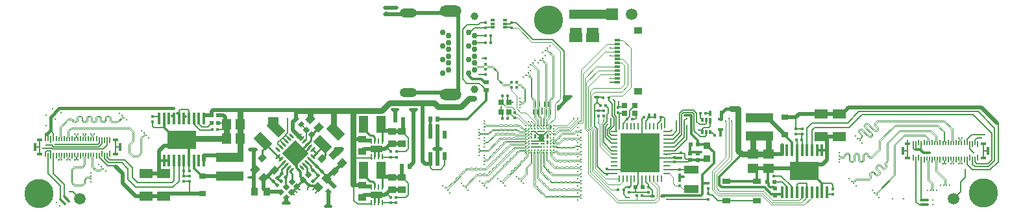
<source format=gtl>
%FSLAX44Y44*%
%MOMM*%
G71*
G01*
G75*
G04 Layer_Physical_Order=1*
G04 Layer_Color=255*
%ADD10R,1.8000X1.1500*%
%ADD11R,3.6000X1.2000*%
%ADD12R,0.9000X0.8000*%
G04:AMPARAMS|DCode=13|XSize=0.9mm|YSize=0.8mm|CornerRadius=0mm|HoleSize=0mm|Usage=FLASHONLY|Rotation=225.000|XOffset=0mm|YOffset=0mm|HoleType=Round|Shape=Rectangle|*
%AMROTATEDRECTD13*
4,1,4,0.0354,0.6010,0.6010,0.0354,-0.0354,-0.6010,-0.6010,-0.0354,0.0354,0.6010,0.0*
%
%ADD13ROTATEDRECTD13*%

%ADD14O,0.8500X0.2500*%
%ADD15O,0.2500X0.8500*%
%ADD16R,5.1500X5.1500*%
%ADD17R,0.6200X0.6200*%
%ADD18R,0.6200X0.6200*%
%ADD19C,0.1714*%
G04:AMPARAMS|DCode=20|XSize=0.65mm|YSize=0.55mm|CornerRadius=0mm|HoleSize=0mm|Usage=FLASHONLY|Rotation=45.000|XOffset=0mm|YOffset=0mm|HoleType=Round|Shape=Rectangle|*
%AMROTATEDRECTD20*
4,1,4,-0.0354,-0.4243,-0.4243,-0.0354,0.0354,0.4243,0.4243,0.0354,-0.0354,-0.4243,0.0*
%
%ADD20ROTATEDRECTD20*%

G04:AMPARAMS|DCode=21|XSize=0.65mm|YSize=0.55mm|CornerRadius=0mm|HoleSize=0mm|Usage=FLASHONLY|Rotation=315.000|XOffset=0mm|YOffset=0mm|HoleType=Round|Shape=Rectangle|*
%AMROTATEDRECTD21*
4,1,4,-0.4243,0.0354,-0.0354,0.4243,0.4243,-0.0354,0.0354,-0.4243,-0.4243,0.0354,0.0*
%
%ADD21ROTATEDRECTD21*%

%ADD22C,1.5000*%
%ADD23R,0.6500X0.5500*%
%ADD24R,0.4600X0.4200*%
%ADD25R,0.4500X0.6500*%
%ADD26R,0.4500X0.7000*%
%ADD27R,0.6500X0.4500*%
%ADD28R,0.7000X0.4500*%
%ADD29R,0.4500X0.4500*%
%ADD30R,0.5500X0.6500*%
%ADD31R,0.3300X0.5500*%
%ADD32R,0.5500X0.3300*%
%ADD33R,0.1800X0.4700*%
%ADD34R,0.8000X0.3500*%
%ADD35R,0.3000X1.0000*%
%ADD36R,0.6000X1.0000*%
%ADD37R,0.6500X0.7500*%
G04:AMPARAMS|DCode=38|XSize=0.42mm|YSize=0.46mm|CornerRadius=0mm|HoleSize=0mm|Usage=FLASHONLY|Rotation=135.000|XOffset=0mm|YOffset=0mm|HoleType=Round|Shape=Rectangle|*
%AMROTATEDRECTD38*
4,1,4,0.3111,0.0141,-0.0141,-0.3111,-0.3111,-0.0141,0.0141,0.3111,0.3111,0.0141,0.0*
%
%ADD38ROTATEDRECTD38*%

%ADD39R,0.4200X0.4600*%
%ADD40P,0.6364X4X270.0*%
%ADD41R,0.4500X0.4500*%
%ADD42P,0.8768X4X270.0*%
%ADD43P,0.8768X4X360.0*%
%ADD44P,0.6364X4X180.0*%
%ADD45R,1.2700X2.2000*%
%ADD46R,1.0000X0.9500*%
%ADD47R,0.8000X0.3000*%
%ADD48R,1.9000X1.1000*%
%ADD49R,0.3000X1.6000*%
%ADD50R,3.7000X2.4000*%
%ADD51R,1.1500X1.4500*%
%ADD52R,0.9000X1.0000*%
G04:AMPARAMS|DCode=53|XSize=1mm|YSize=0.9mm|CornerRadius=0mm|HoleSize=0mm|Usage=FLASHONLY|Rotation=45.000|XOffset=0mm|YOffset=0mm|HoleType=Round|Shape=Rectangle|*
%AMROTATEDRECTD53*
4,1,4,-0.0354,-0.6717,-0.6717,-0.0354,0.0354,0.6717,0.6717,0.0354,-0.0354,-0.6717,0.0*
%
%ADD53ROTATEDRECTD53*%

G04:AMPARAMS|DCode=54|XSize=2.2mm|YSize=1.27mm|CornerRadius=0mm|HoleSize=0mm|Usage=FLASHONLY|Rotation=135.000|XOffset=0mm|YOffset=0mm|HoleType=Round|Shape=Rectangle|*
%AMROTATEDRECTD54*
4,1,4,1.2268,-0.3288,0.3288,-1.2268,-1.2268,0.3288,-0.3288,1.2268,1.2268,-0.3288,0.0*
%
%ADD54ROTATEDRECTD54*%

G04:AMPARAMS|DCode=55|XSize=1mm|YSize=0.9mm|CornerRadius=0mm|HoleSize=0mm|Usage=FLASHONLY|Rotation=135.000|XOffset=0mm|YOffset=0mm|HoleType=Round|Shape=Rectangle|*
%AMROTATEDRECTD55*
4,1,4,0.6717,-0.0354,0.0354,-0.6717,-0.6717,0.0354,-0.0354,0.6717,0.6717,-0.0354,0.0*
%
%ADD55ROTATEDRECTD55*%

G04:AMPARAMS|DCode=56|XSize=0.25mm|YSize=0.8mm|CornerRadius=0mm|HoleSize=0mm|Usage=FLASHONLY|Rotation=315.000|XOffset=0mm|YOffset=0mm|HoleType=Round|Shape=Round|*
%AMOVALD56*
21,1,0.5500,0.2500,0.0000,0.0000,45.0*
1,1,0.2500,-0.1945,-0.1945*
1,1,0.2500,0.1945,0.1945*
%
%ADD56OVALD56*%

G04:AMPARAMS|DCode=57|XSize=0.25mm|YSize=0.8mm|CornerRadius=0mm|HoleSize=0mm|Usage=FLASHONLY|Rotation=225.000|XOffset=0mm|YOffset=0mm|HoleType=Round|Shape=Round|*
%AMOVALD57*
21,1,0.5500,0.2500,0.0000,0.0000,315.0*
1,1,0.2500,-0.1945,0.1945*
1,1,0.2500,0.1945,-0.1945*
%
%ADD57OVALD57*%

%ADD58P,3.4648X4X270.0*%
%ADD59R,1.0000X0.9000*%
%ADD60R,0.2500X0.7000*%
%ADD61R,1.5500X0.8500*%
%ADD62R,0.2000X0.7500*%
%ADD63R,0.9600X0.8900*%
%ADD64R,1.0500X0.6500*%
%ADD65R,1.4500X1.1500*%
%ADD66R,0.7500X0.6500*%
%ADD67C,0.5000*%
%ADD68C,0.2000*%
%ADD69C,0.1270*%
%ADD70C,0.1000*%
%ADD71C,0.3000*%
%ADD72C,0.4000*%
%ADD73C,0.0762*%
%ADD74C,1.2000*%
%ADD75C,1.0000*%
%ADD76C,0.7500*%
%ADD77C,0.2500*%
%ADD78C,0.1250*%
%ADD79C,0.1524*%
%ADD80C,0.1800*%
%ADD81C,0.1500*%
%ADD82C,0.1520*%
%ADD83C,0.1750*%
%ADD84R,1.6000X0.8000*%
%ADD85R,1.3250X1.0500*%
%ADD86R,0.7976X0.7976*%
%ADD87R,0.8000X0.3000*%
%ADD88C,3.8000*%
%ADD89O,2.2500X1.2000*%
%ADD90O,2.8500X1.4500*%
%ADD91C,0.7500*%
%ADD92C,1.0000*%
%ADD93R,1.5000X1.5000*%
%ADD94C,0.3000*%
%ADD95C,0.2500*%
D10*
X744000Y256000D02*
D03*
Y226000D02*
D03*
X722000Y256000D02*
D03*
Y226000D02*
D03*
X1042600Y126000D02*
D03*
Y96000D02*
D03*
X1065600Y126000D02*
D03*
Y96000D02*
D03*
X161600Y18000D02*
D03*
Y48000D02*
D03*
X184600Y18000D02*
D03*
Y48000D02*
D03*
D11*
X271000Y69000D02*
D03*
Y45000D02*
D03*
X962000Y97000D02*
D03*
Y121000D02*
D03*
D12*
X995000Y98500D02*
D03*
Y121500D02*
D03*
X235000Y44500D02*
D03*
Y21500D02*
D03*
D13*
X329132Y51868D02*
D03*
X312868Y68132D02*
D03*
X390868Y67132D02*
D03*
X407132Y50868D02*
D03*
D14*
X840500Y48000D02*
D03*
Y53000D02*
D03*
Y58000D02*
D03*
Y63000D02*
D03*
Y68000D02*
D03*
Y73000D02*
D03*
Y78000D02*
D03*
Y83000D02*
D03*
Y88000D02*
D03*
Y93000D02*
D03*
Y98000D02*
D03*
Y103000D02*
D03*
X772000D02*
D03*
Y98000D02*
D03*
Y93000D02*
D03*
Y88000D02*
D03*
Y83000D02*
D03*
Y78000D02*
D03*
Y73000D02*
D03*
Y68000D02*
D03*
Y63000D02*
D03*
Y58000D02*
D03*
Y53000D02*
D03*
Y48000D02*
D03*
D15*
X833750Y109750D02*
D03*
X828750D02*
D03*
X823750D02*
D03*
X818750D02*
D03*
X813750D02*
D03*
X808750D02*
D03*
X803750D02*
D03*
X798750D02*
D03*
X793750D02*
D03*
X788750D02*
D03*
X783750D02*
D03*
X778750D02*
D03*
Y41250D02*
D03*
X783750D02*
D03*
X788750D02*
D03*
X793750D02*
D03*
X798750D02*
D03*
X803750D02*
D03*
X808750D02*
D03*
X813750D02*
D03*
X818750D02*
D03*
X823750D02*
D03*
X828750D02*
D03*
X833750D02*
D03*
D16*
X806250Y75500D02*
D03*
D17*
X247100Y124000D02*
D03*
X256100D02*
D03*
X881100Y86000D02*
D03*
X872100D02*
D03*
X972100Y37000D02*
D03*
X981100D02*
D03*
X247100Y114000D02*
D03*
X256100D02*
D03*
X809100Y30000D02*
D03*
X800100D02*
D03*
X532750Y60500D02*
D03*
X541750D02*
D03*
X532750Y109500D02*
D03*
X541750D02*
D03*
D18*
X982000Y19500D02*
D03*
Y28500D02*
D03*
X881000Y74500D02*
D03*
Y65500D02*
D03*
X871000Y74500D02*
D03*
Y65500D02*
D03*
D19*
X657000Y98750D02*
D03*
X661000D02*
D03*
X657000Y78750D02*
D03*
X661000D02*
D03*
X657000Y82750D02*
D03*
X661000D02*
D03*
X657000Y94750D02*
D03*
X661000D02*
D03*
X657000Y106750D02*
D03*
X661000D02*
D03*
X657000Y102750D02*
D03*
X661000D02*
D03*
Y74750D02*
D03*
X657000D02*
D03*
X673000Y110750D02*
D03*
X685000Y74750D02*
D03*
X689000D02*
D03*
Y78750D02*
D03*
X685000D02*
D03*
X689000Y82750D02*
D03*
X681000Y74750D02*
D03*
Y78750D02*
D03*
X677000Y74750D02*
D03*
Y78750D02*
D03*
X693000Y82750D02*
D03*
Y86750D02*
D03*
X685000D02*
D03*
X689000D02*
D03*
X685000Y82750D02*
D03*
X677000D02*
D03*
X681000D02*
D03*
X685000Y90750D02*
D03*
X681000Y86750D02*
D03*
Y90750D02*
D03*
X673000Y78750D02*
D03*
X669000Y74750D02*
D03*
X673000D02*
D03*
X669000Y78750D02*
D03*
X673000Y82750D02*
D03*
X665000D02*
D03*
X669000D02*
D03*
X677000Y86750D02*
D03*
X669000D02*
D03*
X673000D02*
D03*
X677000Y90750D02*
D03*
X669000D02*
D03*
X673000D02*
D03*
X661000Y86750D02*
D03*
X665000D02*
D03*
X661000Y90750D02*
D03*
X657000Y86750D02*
D03*
Y90750D02*
D03*
X693000Y94750D02*
D03*
X689000Y90750D02*
D03*
X693000D02*
D03*
X689000Y94750D02*
D03*
X693000Y98750D02*
D03*
X689000D02*
D03*
Y102750D02*
D03*
X681000Y94750D02*
D03*
X685000D02*
D03*
X677000D02*
D03*
X685000Y98750D02*
D03*
Y102750D02*
D03*
X677000Y98750D02*
D03*
X681000D02*
D03*
X693000Y102750D02*
D03*
X689000Y106750D02*
D03*
X693000D02*
D03*
X689000Y110750D02*
D03*
X693000D02*
D03*
X685000Y106750D02*
D03*
Y110750D02*
D03*
X681000Y102750D02*
D03*
Y106750D02*
D03*
X677000D02*
D03*
X681000Y110750D02*
D03*
X677000D02*
D03*
X673000Y94750D02*
D03*
X665000D02*
D03*
X669000D02*
D03*
X673000Y98750D02*
D03*
X677000Y102750D02*
D03*
X669000Y98750D02*
D03*
Y102750D02*
D03*
X665000Y90750D02*
D03*
Y98750D02*
D03*
Y102750D02*
D03*
X673000D02*
D03*
X669000Y106750D02*
D03*
X673000D02*
D03*
X669000Y110750D02*
D03*
X665000Y106750D02*
D03*
Y110750D02*
D03*
X661000D02*
D03*
X657000D02*
D03*
X665000Y74750D02*
D03*
Y78750D02*
D03*
X693000Y74750D02*
D03*
Y78750D02*
D03*
D20*
X337464Y23536D02*
D03*
X344536Y16465D02*
D03*
X356906Y119201D02*
D03*
X363977Y112130D02*
D03*
D21*
X406536Y31535D02*
D03*
X399464Y24464D02*
D03*
D22*
X1215000Y15000D02*
D03*
X75000D02*
D03*
X795300Y256000D02*
D03*
D23*
X605600Y167000D02*
D03*
Y157000D02*
D03*
D24*
X644900Y161000D02*
D03*
X638300D02*
D03*
X644900Y167000D02*
D03*
X638300D02*
D03*
X795900Y119000D02*
D03*
X789300D02*
D03*
X626700Y150000D02*
D03*
X633300D02*
D03*
X817550Y121500D02*
D03*
X810950D02*
D03*
X633300Y120000D02*
D03*
X626700D02*
D03*
D25*
X911750Y127000D02*
D03*
D26*
X897750D02*
D03*
D27*
X911320Y119250D02*
D03*
D28*
Y105250D02*
D03*
D29*
X604600Y184400D02*
D03*
Y177400D02*
D03*
X604600Y191400D02*
D03*
Y198400D02*
D03*
X643000Y120500D02*
D03*
Y127500D02*
D03*
X487600Y16500D02*
D03*
Y9500D02*
D03*
X488600Y76500D02*
D03*
Y69500D02*
D03*
X170600Y115500D02*
D03*
Y122500D02*
D03*
X751600Y123500D02*
D03*
Y130500D02*
D03*
X638600Y245500D02*
D03*
Y238500D02*
D03*
X604600Y245500D02*
D03*
Y238500D02*
D03*
X1009600Y106500D02*
D03*
Y99500D02*
D03*
X218600Y44500D02*
D03*
Y37500D02*
D03*
X480600Y9500D02*
D03*
Y16500D02*
D03*
X480600Y69500D02*
D03*
Y76500D02*
D03*
X894600Y28500D02*
D03*
Y35500D02*
D03*
X894600Y14500D02*
D03*
Y21500D02*
D03*
X758600Y123500D02*
D03*
Y130500D02*
D03*
X1057600Y27500D02*
D03*
Y20500D02*
D03*
X482600Y257500D02*
D03*
Y264500D02*
D03*
D30*
X532250Y118900D02*
D03*
X542250D02*
D03*
X505600Y57000D02*
D03*
X495600D02*
D03*
X486600Y118000D02*
D03*
X496600D02*
D03*
D31*
X897600Y102000D02*
D03*
X892600D02*
D03*
X887600D02*
D03*
Y118000D02*
D03*
X892600D02*
D03*
X897600D02*
D03*
D32*
X629600Y249000D02*
D03*
Y244000D02*
D03*
Y239000D02*
D03*
X613600D02*
D03*
Y244000D02*
D03*
Y249000D02*
D03*
D33*
X1183500Y87500D02*
D03*
X1180000D02*
D03*
X1204500D02*
D03*
X1201000D02*
D03*
X1215000Y67500D02*
D03*
X1211500D02*
D03*
X1225500Y87500D02*
D03*
X1222000D02*
D03*
X1204500Y67500D02*
D03*
X1201000D02*
D03*
X1194000D02*
D03*
X1190500D02*
D03*
X1225500D02*
D03*
X1222000D02*
D03*
X1215000Y87500D02*
D03*
X1211500D02*
D03*
X1194000D02*
D03*
X1190500D02*
D03*
X1162500Y67500D02*
D03*
Y87500D02*
D03*
X1166000Y67500D02*
D03*
Y87500D02*
D03*
X1169500Y67500D02*
D03*
Y87500D02*
D03*
X1173000Y67500D02*
D03*
Y87500D02*
D03*
X1176500Y67500D02*
D03*
Y87500D02*
D03*
X1187000Y67500D02*
D03*
Y87500D02*
D03*
X1197500Y67500D02*
D03*
Y87500D02*
D03*
X1208000Y67500D02*
D03*
Y87500D02*
D03*
X1218500Y67500D02*
D03*
Y87500D02*
D03*
X1229000Y67500D02*
D03*
Y87500D02*
D03*
X1232500Y67500D02*
D03*
Y87500D02*
D03*
X1236000Y67500D02*
D03*
Y87500D02*
D03*
X1239500Y67500D02*
D03*
Y87500D02*
D03*
X1243000Y67500D02*
D03*
Y87500D02*
D03*
X1246500Y67500D02*
D03*
Y87500D02*
D03*
X1180000Y67500D02*
D03*
X1183500D02*
D03*
X69001Y72500D02*
D03*
X72501D02*
D03*
X69001Y92500D02*
D03*
X72501D02*
D03*
X58500D02*
D03*
X62000D02*
D03*
X93500D02*
D03*
X90000D02*
D03*
X93500Y72500D02*
D03*
X90000D02*
D03*
X83000Y92500D02*
D03*
X79500D02*
D03*
X83000Y72500D02*
D03*
X79500D02*
D03*
X30501D02*
D03*
Y92500D02*
D03*
X34000Y72500D02*
D03*
Y92500D02*
D03*
X37501Y72500D02*
D03*
Y92500D02*
D03*
X41000Y72500D02*
D03*
Y92500D02*
D03*
X44500Y72500D02*
D03*
Y92500D02*
D03*
X55001Y72500D02*
D03*
Y92500D02*
D03*
X65500Y72500D02*
D03*
Y92500D02*
D03*
X76000Y72500D02*
D03*
Y92500D02*
D03*
X86501Y72500D02*
D03*
Y92500D02*
D03*
X97001Y72500D02*
D03*
Y92500D02*
D03*
X100500Y72500D02*
D03*
Y92500D02*
D03*
X104001Y72500D02*
D03*
Y92500D02*
D03*
X107500Y72500D02*
D03*
Y92500D02*
D03*
X111000Y72500D02*
D03*
Y92500D02*
D03*
X114501Y72500D02*
D03*
Y92500D02*
D03*
X62000Y72500D02*
D03*
X58500D02*
D03*
X51501D02*
D03*
X48000D02*
D03*
X51501Y92500D02*
D03*
X48000D02*
D03*
D34*
X1253750Y86850D02*
D03*
Y68150D02*
D03*
X1155250Y86850D02*
D03*
Y68150D02*
D03*
X121750Y91850D02*
D03*
Y73150D02*
D03*
X23251Y91850D02*
D03*
Y73150D02*
D03*
D35*
X1260000Y77500D02*
D03*
X1149000D02*
D03*
X128000Y82500D02*
D03*
X17000D02*
D03*
D36*
X532500Y98500D02*
D03*
X551500D02*
D03*
Y71000D02*
D03*
X542000D02*
D03*
X532500D02*
D03*
D37*
X635000Y141500D02*
D03*
Y128500D02*
D03*
X625000D02*
D03*
Y141500D02*
D03*
D38*
X327667Y37667D02*
D03*
X332333Y42333D02*
D03*
X379564Y52533D02*
D03*
X384231Y57200D02*
D03*
D39*
X763000Y53550D02*
D03*
Y46950D02*
D03*
X857250Y38800D02*
D03*
Y32200D02*
D03*
X857250Y52800D02*
D03*
Y46200D02*
D03*
X777600Y134300D02*
D03*
Y127700D02*
D03*
X859000Y75300D02*
D03*
Y68700D02*
D03*
X1017600Y99700D02*
D03*
Y106300D02*
D03*
X210600Y37700D02*
D03*
Y44300D02*
D03*
X817000Y30300D02*
D03*
Y23700D02*
D03*
X474600Y257700D02*
D03*
Y264300D02*
D03*
X792000Y30300D02*
D03*
Y23700D02*
D03*
X851250Y69550D02*
D03*
Y62950D02*
D03*
D40*
X338967Y48140D02*
D03*
X343917Y43190D02*
D03*
D41*
X910750Y98250D02*
D03*
X903750D02*
D03*
X1017100Y92000D02*
D03*
X1010100D02*
D03*
X248100Y106000D02*
D03*
X255100D02*
D03*
X784500Y27000D02*
D03*
X777500D02*
D03*
X808500Y19000D02*
D03*
X801500D02*
D03*
X611100Y228000D02*
D03*
X604100D02*
D03*
X884500Y126750D02*
D03*
X891500D02*
D03*
X973100Y45000D02*
D03*
X980100D02*
D03*
X761100Y137000D02*
D03*
X754100D02*
D03*
X765100Y147000D02*
D03*
X758100D02*
D03*
X832750Y121500D02*
D03*
X825750D02*
D03*
X611100Y219000D02*
D03*
X604100D02*
D03*
X218100Y51000D02*
D03*
X211100D02*
D03*
D42*
X371260Y104847D02*
D03*
X377624Y98483D02*
D03*
X351818Y37182D02*
D03*
X358182Y30818D02*
D03*
X344818Y30182D02*
D03*
X351182Y23818D02*
D03*
D43*
X366818Y39818D02*
D03*
X373182Y46182D02*
D03*
D44*
X332525Y32525D02*
D03*
X337475Y37475D02*
D03*
X373967Y33190D02*
D03*
X378917Y38140D02*
D03*
X385967Y45190D02*
D03*
X390917Y50140D02*
D03*
D45*
X468250Y52000D02*
D03*
X444950D02*
D03*
X468250Y112000D02*
D03*
X444950D02*
D03*
D46*
X803599Y155251D02*
D03*
Y234751D02*
D03*
D47*
X776599Y167501D02*
D03*
Y172501D02*
D03*
Y177501D02*
D03*
Y182501D02*
D03*
Y187501D02*
D03*
Y192501D02*
D03*
Y197501D02*
D03*
Y202501D02*
D03*
Y207501D02*
D03*
Y212501D02*
D03*
Y217501D02*
D03*
Y222501D02*
D03*
D48*
X873250Y52750D02*
D03*
Y27750D02*
D03*
D49*
X237180Y120160D02*
D03*
X224180D02*
D03*
X217680D02*
D03*
X230680D02*
D03*
X237180Y65160D02*
D03*
X230680D02*
D03*
X224180D02*
D03*
X211180Y120160D02*
D03*
X204680D02*
D03*
X198180D02*
D03*
X191680D02*
D03*
X185180D02*
D03*
X178680D02*
D03*
X217680Y65160D02*
D03*
X211180D02*
D03*
X204680D02*
D03*
X198180D02*
D03*
X191680D02*
D03*
X178680D02*
D03*
X185180D02*
D03*
X1049790Y78650D02*
D03*
X1043290D02*
D03*
X1036790D02*
D03*
X1030290D02*
D03*
X1036790Y23650D02*
D03*
X1030290D02*
D03*
X1049790D02*
D03*
X1043290D02*
D03*
X1023790D02*
D03*
X1010790Y78650D02*
D03*
X1004290D02*
D03*
X1023790D02*
D03*
X1017290D02*
D03*
X997790D02*
D03*
X991290D02*
D03*
X1017290Y23650D02*
D03*
X1010790D02*
D03*
X1004290D02*
D03*
X991290D02*
D03*
X997790D02*
D03*
D50*
X207970Y92220D02*
D03*
X1020500Y51590D02*
D03*
D51*
X284600Y94000D02*
D03*
X266600D02*
D03*
X284600Y112000D02*
D03*
X266600D02*
D03*
D52*
X319000Y24000D02*
D03*
X303000Y24000D02*
D03*
D53*
X303785Y53322D02*
D03*
X315099Y42008D02*
D03*
X375785Y119322D02*
D03*
X387099Y108008D02*
D03*
X417657Y61343D02*
D03*
X406343Y72657D02*
D03*
D54*
X314204Y90427D02*
D03*
X330680Y106903D02*
D03*
X392204Y86427D02*
D03*
X408680Y102903D02*
D03*
D55*
X385785Y30008D02*
D03*
X397099Y41322D02*
D03*
D56*
X378892Y79438D02*
D03*
X375357Y82974D02*
D03*
X371821Y86509D02*
D03*
X368286Y90045D02*
D03*
X364750Y93580D02*
D03*
X361215Y97116D02*
D03*
X333991Y69892D02*
D03*
X337527Y66357D02*
D03*
X341062Y62821D02*
D03*
X344598Y59286D02*
D03*
X348133Y55750D02*
D03*
X351669Y52214D02*
D03*
D57*
Y97116D02*
D03*
X348133Y93580D02*
D03*
X344598Y90045D02*
D03*
X341062Y86509D02*
D03*
X337527Y82974D02*
D03*
X333991Y79438D02*
D03*
X361215Y52214D02*
D03*
X364750Y55750D02*
D03*
X368286Y59286D02*
D03*
X371821Y62821D02*
D03*
X375357Y66357D02*
D03*
X378892Y69892D02*
D03*
D58*
X356442Y74665D02*
D03*
D59*
X443600Y77000D02*
D03*
Y93000D02*
D03*
X495600Y87000D02*
D03*
Y103000D02*
D03*
X482600Y87000D02*
D03*
Y103000D02*
D03*
X443600Y17000D02*
D03*
Y33000D02*
D03*
X495600Y27000D02*
D03*
Y43000D02*
D03*
X482600Y27000D02*
D03*
Y43000D02*
D03*
D60*
X470100Y70050D02*
D03*
X455100D02*
D03*
X460100D02*
D03*
X465100D02*
D03*
X470100Y89950D02*
D03*
X460100D02*
D03*
X465100D02*
D03*
X455100D02*
D03*
X470100Y10050D02*
D03*
X455100D02*
D03*
X460100D02*
D03*
X465100D02*
D03*
X470100Y29950D02*
D03*
X460100D02*
D03*
X465100D02*
D03*
X455100D02*
D03*
D61*
X462600Y80000D02*
D03*
X462600Y20000D02*
D03*
D62*
X689200Y128300D02*
D03*
X678200D02*
D03*
X684200D02*
D03*
X672200D02*
D03*
X667200D02*
D03*
X686700Y138700D02*
D03*
X681700D02*
D03*
X674700Y138700D02*
D03*
X669700Y138700D02*
D03*
D63*
X893600Y84550D02*
D03*
Y67450D02*
D03*
D64*
X958250Y37750D02*
D03*
Y12750D02*
D03*
X918250Y37750D02*
D03*
Y12750D02*
D03*
D65*
X953000Y55000D02*
D03*
Y73000D02*
D03*
X973500Y55000D02*
D03*
Y73000D02*
D03*
D66*
X786100Y137000D02*
D03*
X799100D02*
D03*
Y127000D02*
D03*
X786100D02*
D03*
D67*
X283315Y131250D02*
X356315D01*
X283315D02*
X284600Y129965D01*
X525500Y60500D02*
X532750D01*
X522000Y64000D02*
X525500Y60500D01*
X522000Y64000D02*
Y138400D01*
X409657Y72657D02*
X417000Y80000D01*
X409000Y77000D02*
X412000Y80000D01*
X408000Y76000D02*
X409000Y77000D01*
Y80000D01*
Y75314D02*
Y77000D01*
X412000Y80000D02*
X413000D01*
X409000D02*
X412000D01*
X397099Y41887D02*
X407159Y51948D01*
X407182Y50868D02*
X417657Y61343D01*
X407132Y50868D02*
X407182D01*
X406343Y74343D02*
X408000Y76000D01*
Y74314D02*
Y76000D01*
X406343Y72657D02*
X408000Y74314D01*
X406343Y72657D02*
Y74343D01*
X413000Y80000D02*
X417000D01*
X406343Y72657D02*
X409657D01*
X235000Y45000D02*
X271000D01*
X218600Y21500D02*
X235000D01*
X188100D02*
X218600D01*
X184600Y18000D02*
X188100Y21500D01*
X161600Y18000D02*
X184600D01*
X235000Y44500D02*
Y45000D01*
X271000Y42500D02*
Y45000D01*
X237180Y71550D02*
X271000D01*
X973500Y73000D02*
X991290D01*
X962000Y121000D02*
X973000D01*
X995000Y99000D01*
X1009000Y121500D02*
X1013500Y126000D01*
X1042600D01*
X995000Y121500D02*
X1009000D01*
X237180Y65160D02*
Y71550D01*
X327868Y51868D02*
X329132D01*
X319333Y43333D02*
X327868Y51868D01*
X1065600Y126000D02*
X1070000D01*
X265000Y115600D02*
Y121500D01*
X262500Y124000D02*
X265000Y121500D01*
X256100Y124000D02*
X262500D01*
X249250Y131250D02*
X283315D01*
X247100Y129100D02*
X249250Y131250D01*
X265000Y115600D02*
X266600Y114000D01*
X247100Y124000D02*
Y129100D01*
X238250Y124000D02*
X247100D01*
X297000Y79000D02*
X301000D01*
X304507D01*
X302000Y55107D02*
X303785Y53322D01*
X330680Y106903D02*
X332600Y108823D01*
X462600Y80000D02*
X467600D01*
X399250Y7000D02*
X399464Y7214D01*
X397099Y40972D02*
Y41322D01*
Y40972D02*
X406536Y31535D01*
X510600Y62000D02*
Y128000D01*
X532500Y98500D02*
Y109250D01*
X522000Y138400D02*
X523600Y140000D01*
X532500Y60500D02*
Y71000D01*
Y60500D02*
X532750D01*
X457600Y80000D02*
X462600D01*
X495600Y43000D02*
X495600Y43000D01*
X495600Y43000D02*
Y57000D01*
X510600Y128000D02*
Y130000D01*
X505600Y57000D02*
X510600Y62000D01*
X486600Y118000D02*
Y128250D01*
X496600Y104000D02*
Y118000D01*
X473600Y265000D02*
X488600D01*
X473600Y256000D02*
X501751D01*
X503651Y257900D01*
X558651Y260900D02*
X568600D01*
Y151000D02*
Y260900D01*
X558651Y151000D02*
X568600D01*
X555651Y154000D02*
X558651Y151000D01*
X503651Y154000D02*
X555651D01*
Y257900D02*
X558651Y260900D01*
X503651Y257900D02*
X555651D01*
X953000Y55000D02*
X973500D01*
X541750Y109500D02*
X542000Y109250D01*
X541750Y60500D02*
X542000Y60750D01*
X532500Y109250D02*
X532750Y109500D01*
X406465Y129965D02*
X406500Y130000D01*
X407159Y51948D02*
Y52409D01*
X406500Y105083D02*
X408680Y102903D01*
X406500Y130000D02*
X406500Y130000D01*
X353250Y115545D02*
X356906Y119201D01*
X353250Y105080D02*
Y115545D01*
Y105080D02*
X363554Y94777D01*
X314572Y42008D02*
X315099D01*
X314204Y89903D02*
Y90427D01*
X991290Y73000D02*
Y85000D01*
X207970Y92220D02*
X209750Y94000D01*
X356906Y119201D02*
Y129271D01*
X375785Y129150D02*
X376600Y129965D01*
X406465D02*
X406500D01*
Y130000D01*
X443600Y33000D02*
X445600Y31000D01*
X453600D01*
X443600Y17000D02*
X446600Y20000D01*
X462600D01*
X482600Y103000D02*
X495600D01*
X471100Y104000D02*
X482600D01*
X542000Y60750D02*
Y71000D01*
X443600Y77000D02*
X446600Y80000D01*
X457600D01*
X462600D02*
X462600D01*
X480600Y87000D02*
X482600D01*
X467600Y80000D02*
X473600D01*
X480600Y87000D01*
X473600Y20000D02*
X480600Y27000D01*
X462600Y20000D02*
X473600D01*
X482600Y43000D02*
Y44000D01*
Y43000D02*
X484600D01*
X495600D01*
X470100Y44000D02*
X482600D01*
X495600Y27000D02*
X495600Y27000D01*
X484600Y27000D02*
X495600D01*
X481600D02*
X483100Y28500D01*
X480600Y27000D02*
X481600D01*
X482600D01*
X484600D01*
X1042600Y126000D02*
X1065600D01*
X443600Y93000D02*
X445600Y91000D01*
X453600D01*
X432000Y93000D02*
X443600D01*
X482600Y87000D02*
X483600D01*
X495600D01*
X178680Y48000D02*
X184600D01*
X161600D02*
X178680D01*
Y65160D01*
X1042600Y96000D02*
X1065600D01*
X1042600D02*
X1049600D01*
X1049790Y95810D01*
Y78650D02*
Y95810D01*
X973500Y55000D02*
X1017090D01*
X1019090D01*
X399464Y7214D02*
Y8536D01*
Y8943D01*
Y24464D01*
X433000Y33000D02*
X443600D01*
X432000Y34000D02*
X433000Y33000D01*
X538000Y80000D02*
X542000D01*
X546000D01*
X542000Y71000D02*
Y80000D01*
Y109250D01*
X952800Y72800D02*
X953000Y73000D01*
X178680Y65160D02*
Y77680D01*
X185000Y84000D01*
X195250D01*
X199750Y88500D01*
X1019000Y60000D02*
X1044000D01*
X1049790Y65790D01*
Y78650D01*
X344500Y11000D02*
X344536Y11035D01*
Y13215D01*
Y13285D02*
Y16465D01*
X315099Y27901D02*
Y42008D01*
Y27901D02*
X319000Y24000D01*
X337000D01*
X337464Y23536D01*
X302000Y55107D02*
Y79000D01*
Y25000D02*
X303000Y24000D01*
X302000Y25000D02*
Y51537D01*
X303785Y53322D01*
X148000Y18000D02*
X161600D01*
X131000Y35000D02*
X148000Y18000D01*
X1070000Y126000D02*
X1078000Y134000D01*
X1251500D01*
X1271750Y113750D01*
X122000Y57000D02*
X131000Y48000D01*
Y35000D02*
Y48000D01*
D68*
X887600Y105000D02*
Y106600D01*
Y102000D02*
Y105000D01*
X882000D02*
X887600D01*
X217680Y120160D02*
Y129750D01*
X215610Y131820D02*
X217680Y129750D01*
X204680Y120160D02*
Y129890D01*
X206610Y131820D01*
X215610D01*
X37000Y104500D02*
X41000Y100499D01*
X210600Y37500D02*
X218600D01*
Y21500D02*
X219000D01*
X218600D02*
Y37500D01*
X1009600Y106500D02*
Y120600D01*
X235000Y19500D02*
Y20000D01*
X767501Y167501D02*
X776599D01*
X822000Y18000D02*
Y26500D01*
X808500Y19000D02*
X809500Y18000D01*
X820000D01*
X800000Y23700D02*
X817000D01*
X1166000Y79500D02*
Y87500D01*
X1171100Y79500D02*
X1173000Y81400D01*
X1163750Y79500D02*
X1166000D01*
X1162500Y80750D02*
X1163750Y79500D01*
X1162500Y80750D02*
Y87500D01*
X1173000Y81400D02*
Y87500D01*
X34000Y92500D02*
Y99500D01*
X32250Y101250D02*
X34000Y99500D01*
X30501Y99501D02*
X32250Y101250D01*
X1166000Y11000D02*
X1170000Y7000D01*
X256100Y114000D02*
X266600D01*
X887600Y106600D02*
X889000Y108000D01*
X757100Y148000D02*
X758100Y147000D01*
X801600Y28500D02*
Y32000D01*
X792000Y23700D02*
X800000D01*
X800100Y23800D01*
Y30000D01*
X1232500Y60100D02*
Y67500D01*
X1239600Y53000D02*
X1262600D01*
X1232500Y60100D02*
X1239600Y53000D01*
X1260600Y57000D02*
X1268600Y65000D01*
X1242600Y57000D02*
X1260600D01*
X1239500Y60100D02*
X1242600Y57000D01*
X551500Y58750D02*
Y71000D01*
X111000Y69000D02*
X114000Y66000D01*
X111000Y69000D02*
Y72500D01*
X107500Y67499D02*
Y72500D01*
X100500Y69500D02*
Y72500D01*
X41000Y92500D02*
Y100499D01*
X1170000Y7000D02*
X1173000D01*
X1173000Y13000D02*
X1173000Y13000D01*
X884500Y121100D02*
X887600Y118000D01*
X897600Y110000D02*
Y114000D01*
X895600Y108000D02*
X897600Y110000D01*
X889000Y108000D02*
X895600D01*
X532750Y56000D02*
Y60500D01*
Y56000D02*
X535250Y53500D01*
X546250D01*
X551500Y58750D01*
X746600Y110000D02*
X750350Y106250D01*
Y57250D02*
Y106250D01*
Y57250D02*
X759600Y48000D01*
X495600Y103000D02*
X503600Y95000D01*
Y80000D02*
Y95000D01*
X500100Y76500D02*
X503600Y80000D01*
X495600Y43000D02*
X503600Y35000D01*
Y20000D02*
Y35000D01*
X500100Y16500D02*
X503600Y20000D01*
X604600Y238500D02*
X605100Y239000D01*
X613600D01*
X582150Y230900D02*
X589751Y238500D01*
X604600D01*
X488600Y16500D02*
X500100D01*
X678200Y128300D02*
Y133400D01*
X895100Y21500D02*
X896600Y20000D01*
X894600Y21500D02*
X895100D01*
X894600Y28500D02*
X894600Y28500D01*
Y21500D02*
Y28500D01*
X918250Y12750D02*
X958250D01*
X801600Y32000D02*
X803750Y34150D01*
X759600Y48000D02*
X761950D01*
X746600Y110000D02*
Y131000D01*
Y138000D01*
Y131000D02*
X747100Y130500D01*
X751600D01*
X758600D01*
X761950Y48000D02*
X763000Y46950D01*
X764050Y48000D01*
X847500Y74500D02*
X858200D01*
X813750Y116500D02*
X816250Y119000D01*
X858200Y74500D02*
X859000Y75300D01*
X363977Y112130D02*
X371260Y104847D01*
X763550Y53000D02*
X783750D01*
X813750Y68000D02*
X840500D01*
X816250Y119000D02*
Y121200D01*
X816550Y121500D01*
X817950Y121500D02*
X825750D01*
X852550Y63500D02*
X868750D01*
X1020500Y51590D02*
X1026090Y46000D01*
X370442Y92201D02*
Y104029D01*
X808750Y28500D02*
Y41250D01*
X803750Y34150D02*
Y73000D01*
X813750Y109750D02*
Y116500D01*
X808750Y78000D02*
Y119300D01*
X846000Y73000D02*
X847500Y74500D01*
X863250D02*
X864500Y73250D01*
X859000Y75300D02*
X859800Y74500D01*
X863250D01*
X178680Y122500D02*
Y127000D01*
X368286Y90045D02*
X370442Y92201D01*
Y104029D02*
X371260Y104847D01*
X764050Y48000D02*
X772000D01*
X808750Y119300D02*
X810950Y121500D01*
X851250Y62200D02*
X852550Y63500D01*
X840500Y72738D02*
Y73000D01*
X850450Y63000D02*
X851250Y62200D01*
X840500Y63000D02*
X850450D01*
X840500Y73000D02*
X846000D01*
X868750Y63500D02*
X870250Y65000D01*
X864500Y68250D02*
X865750Y67000D01*
X864500Y68250D02*
Y73250D01*
X865750Y67000D02*
X870000D01*
X884500Y121100D02*
Y126750D01*
X1017290Y78650D02*
X1017501Y78439D01*
X1026090Y46000D02*
X1032000D01*
X1049790Y30210D02*
X1050080Y30500D01*
X224180Y112420D02*
Y120160D01*
X230680Y112920D02*
Y120160D01*
Y112920D02*
X234600Y109000D01*
X242100D01*
X224180Y112420D02*
X231600Y105000D01*
X247100D01*
X248100Y106000D01*
X242100Y109000D02*
X247100Y114000D01*
X255100Y106000D02*
X266600D01*
Y112000D02*
Y114000D01*
X170600Y122500D02*
X178680D01*
X178680D01*
Y120160D02*
Y122500D01*
Y122500D01*
X178180Y122000D02*
X178680Y122500D01*
X178680Y122500D01*
X170600Y110000D02*
Y115500D01*
Y110000D02*
X172180Y108420D01*
X185180D01*
X211180Y52080D02*
Y65160D01*
X210100Y51000D02*
X211180Y52080D01*
X217680Y51580D02*
Y65160D01*
X217100Y51000D02*
X217680Y51580D01*
X480600Y69500D02*
X488600D01*
X488600Y69500D01*
X470100Y69500D02*
X480600D01*
X488600Y76500D02*
X500100D01*
X477100Y20000D02*
X480600Y16500D01*
X473600Y20000D02*
X477100D01*
X477100Y80000D02*
X480600Y76500D01*
X473600Y80000D02*
X477100D01*
X487600Y9500D02*
X487600Y9500D01*
X480600Y9500D02*
X487600D01*
X470650D02*
X480600D01*
X470100Y10050D02*
X470650Y9500D01*
X483600Y44000D02*
X484600Y43000D01*
X484600Y43000D01*
X1049790Y20500D02*
Y23650D01*
Y20500D02*
X1057600D01*
Y27500D02*
Y33000D01*
X1055600Y35000D02*
X1057600Y33000D01*
X1043600Y35000D02*
X1055600D01*
X1043290Y35310D02*
X1043600Y35000D01*
X1010100Y92000D02*
X1010790Y91310D01*
Y78650D02*
Y91310D01*
X1017290Y78650D02*
Y91810D01*
X1017100Y92000D02*
X1017290Y91810D01*
X1017100Y92000D02*
Y99200D01*
X209600Y44500D02*
X210600D01*
X218600D01*
X209600Y44300D02*
Y44500D01*
X210600D02*
Y51000D01*
X1009600Y99500D02*
X1017400D01*
X1017100Y99200D02*
X1017400Y99500D01*
X1017600Y99700D01*
X1009600Y106500D02*
X1017400D01*
X1017600Y106300D01*
X1243000Y63600D02*
Y67500D01*
X1239500Y60100D02*
Y67500D01*
X1243000Y63600D02*
X1245600Y61000D01*
X1259600D01*
X1264600Y66000D01*
X1065600Y126000D02*
X1067600Y128000D01*
X1253750Y77500D02*
Y83350D01*
Y71650D02*
Y77500D01*
X1260000D01*
X1253750Y68150D02*
Y71650D01*
Y83350D02*
Y86850D01*
X23251Y76650D02*
Y82500D01*
Y88350D01*
X17000Y82500D02*
X23251D01*
Y88350D02*
Y91850D01*
Y73150D02*
Y76650D01*
X121750Y82500D02*
Y88350D01*
Y73150D02*
Y82500D01*
X128000D01*
X121750Y88350D02*
Y91850D01*
X455100Y68000D02*
Y70050D01*
X430600Y68000D02*
X455100D01*
X433000Y12600D02*
X437600Y8000D01*
X455100D02*
Y10050D01*
X437600Y8000D02*
X455100D01*
X195600Y36000D02*
X198180Y38580D01*
Y65160D01*
X196600Y30000D02*
X204680Y38080D01*
Y65160D01*
X1023790Y78650D02*
Y107190D01*
X1030600Y114000D01*
X1076600D01*
X1030290Y78650D02*
Y104690D01*
X1033600Y108000D01*
X1078600D01*
X746600Y138000D02*
X750000Y141400D01*
Y141100D02*
Y141400D01*
Y141100D02*
X754100Y137000D01*
X749600Y148000D02*
Y148000D01*
X751600D02*
X757100D01*
X750000Y141400D02*
Y148000D01*
X816550Y121500D02*
Y121800D01*
Y121500D02*
X817250Y122200D01*
X817950Y121500D01*
X30501Y92500D02*
Y99501D01*
X433000Y12600D02*
Y33000D01*
X817000Y30300D02*
Y34000D01*
X813750Y37250D02*
Y41250D01*
Y37250D02*
X817000Y34000D01*
X818450Y29550D02*
X818950D01*
X821600Y26900D01*
X897600Y101750D02*
X900250D01*
X903750Y98250D01*
X903750D01*
X821600Y26900D02*
X822000Y26500D01*
X896600Y20000D02*
X900000D01*
X907250Y12750D01*
X918250D01*
X151000Y36000D02*
X195600D01*
X148000Y30000D02*
X196600D01*
X144000Y43000D02*
X151000Y36000D01*
X138000Y40000D02*
X148000Y30000D01*
X144000Y43000D02*
Y56000D01*
X114000Y66000D02*
X134000D01*
X144000Y56000D01*
X138000Y40000D02*
Y54000D01*
X107500Y67499D02*
X113000Y62000D01*
X130000D01*
X138000Y54000D01*
X100500Y69500D02*
X112000Y58000D01*
X34000Y48000D02*
Y72500D01*
Y48000D02*
X50000Y32000D01*
Y14000D02*
Y32000D01*
X41000Y48000D02*
Y72500D01*
Y48000D02*
X55000Y34000D01*
Y18000D02*
Y34000D01*
X1076600Y114000D02*
X1091600Y129000D01*
X1247000D01*
X1268600Y107400D01*
X1078600Y108000D02*
X1095600Y125000D01*
X1268600Y65000D02*
Y107400D01*
X1262600Y53000D02*
X1273000Y63400D01*
X1173000Y13000D02*
Y67500D01*
X1166000Y11000D02*
Y67500D01*
X1149000Y77500D02*
X1155250D01*
Y86850D01*
Y71650D02*
Y77500D01*
Y68150D02*
Y71650D01*
X1273000Y63400D02*
Y112600D01*
X1271800Y113800D02*
X1273000Y112600D01*
X596400Y177400D02*
X604600D01*
X112000Y58000D02*
X121000D01*
X122000Y57000D01*
X354750Y20250D02*
Y20250D01*
X351182Y23818D02*
X354750Y20250D01*
X361750Y27250D02*
X362000D01*
X358182Y30818D02*
X361750Y27250D01*
X354807Y27193D02*
X358250Y23750D01*
X354557Y27193D02*
X354807D01*
X379000Y26500D02*
X382250Y29750D01*
X382500Y23000D02*
X385785Y26285D01*
Y30008D01*
X382250Y29750D02*
Y31750D01*
X372500Y27250D02*
Y29250D01*
X375000Y31750D01*
X1095600Y125000D02*
X1240500D01*
X1264600Y100900D01*
Y66000D02*
Y100900D01*
D69*
X876600Y104000D02*
X884600Y96000D01*
X840500Y53000D02*
X857050D01*
X873250Y51000D02*
Y52750D01*
X857250Y52800D02*
X871450D01*
X845600Y103000D02*
X847600Y105000D01*
X840500Y103000D02*
X845600D01*
X334000Y89000D02*
X336000Y91000D01*
X334000Y86500D02*
Y89000D01*
Y86500D02*
X337527Y82974D01*
X346000Y101000D02*
Y120000D01*
X340000Y95000D02*
X346000Y101000D01*
X343713Y98000D02*
X348133Y93580D01*
X340000Y94642D02*
Y95000D01*
Y94642D02*
X344598Y90045D01*
X336000Y91000D02*
X340000Y95000D01*
X336000Y91000D02*
X336571D01*
X341062Y86509D01*
X707200Y149000D02*
Y207800D01*
X784500Y20500D02*
X788000Y17000D01*
X792000D01*
X892600Y113600D02*
Y118000D01*
X891000Y112000D02*
X892600Y113600D01*
X883600Y112000D02*
X891000D01*
X879600Y116000D02*
X883600Y112000D01*
X892600Y97600D02*
Y102000D01*
X891000Y96000D02*
X892600Y97600D01*
X884600Y96000D02*
X891000D01*
X876600Y104000D02*
Y126000D01*
X769600Y123400D02*
Y139000D01*
X774600Y103000D02*
Y122400D01*
X772600Y124400D02*
X774600Y122400D01*
X772600Y124400D02*
Y143000D01*
X784500Y20500D02*
Y27000D01*
X787800Y30300D01*
X791900Y30300D02*
X793750Y32150D01*
X787800Y30300D02*
X792000D01*
X792000Y30300D02*
X792600D01*
X792000D02*
X792000Y30300D01*
X791900Y30300D02*
X792000D01*
X793750Y32150D02*
Y41250D01*
X635000Y141500D02*
X640500D01*
X633300Y143200D02*
Y150000D01*
Y143200D02*
X635000Y141500D01*
X624600Y128500D02*
X626300Y126800D01*
X625000Y135000D02*
X625000Y135000D01*
Y128500D02*
Y135000D01*
X40000Y80000D02*
X106000D01*
X39000Y81000D02*
X40000Y80000D01*
X106000D02*
X111000Y85000D01*
X41000Y83000D02*
X100000D01*
X39000Y85000D02*
X41000Y83000D01*
X100000D02*
X104001Y87001D01*
X31000Y85000D02*
X39000D01*
X27000Y81000D02*
X39000D01*
X43000Y86000D02*
X99000D01*
X100500Y87500D01*
X104001Y87001D02*
Y92500D01*
X111000Y85000D02*
Y92500D01*
X100500Y87500D02*
Y92500D01*
X605600Y159000D02*
X605600Y159000D01*
X838600Y108000D02*
Y120000D01*
X765100Y143500D02*
Y147000D01*
Y143500D02*
X767600Y141000D01*
X632900Y143200D02*
X634600Y141500D01*
X611100Y219000D02*
Y228000D01*
X626300Y120000D02*
Y126800D01*
X600000Y198400D02*
X604600D01*
X768600Y88000D02*
X772000D01*
X760850Y95750D02*
X768600Y88000D01*
X758350Y88250D02*
X768600Y78000D01*
X763350Y98250D02*
Y105500D01*
X765850Y100750D02*
Y104750D01*
X763100Y125500D02*
X764600Y127000D01*
X763350Y98250D02*
X768600Y93000D01*
X765850Y100750D02*
X768600Y98000D01*
X774600Y103000D02*
X774600Y103000D01*
X772000Y103000D02*
X774600D01*
X771000Y144600D02*
X772600Y143000D01*
X767600Y141000D02*
X769600Y139000D01*
X638600Y245500D02*
X644100D01*
X837100Y121500D02*
X838600Y120000D01*
X832750Y121500D02*
X837100D01*
X893600Y14000D02*
X894600Y15000D01*
X1004290Y23650D02*
Y30310D01*
X832750Y117150D02*
Y121500D01*
X828750Y113150D02*
X832750Y117150D01*
X828750Y109750D02*
Y113150D01*
X863703Y117103D02*
X866600Y120000D01*
X879600Y116000D02*
Y127000D01*
X778750Y109750D02*
Y126550D01*
X778300Y127000D02*
X786100D01*
X783750Y113450D02*
X789300Y119000D01*
X783750Y109750D02*
Y113450D01*
X789300Y119000D02*
X792600Y122300D01*
Y130500D01*
X799100Y137000D01*
X761100Y137000D02*
X764600Y133500D01*
Y127000D02*
Y133500D01*
X768600Y78000D02*
X772000D01*
X768600Y93000D02*
X772000D01*
X768600Y98000D02*
X772000D01*
X1012500Y35500D02*
X1022500D01*
X1010790Y23650D02*
Y33790D01*
X1023790Y23650D02*
Y34210D01*
X337527Y82974D02*
Y82974D01*
X1010790Y33790D02*
X1012500Y35500D01*
X1022500D02*
X1023790Y34210D01*
X62000Y24000D02*
X66000D01*
X75000Y15000D01*
X73000Y20000D02*
X78000Y15000D01*
X637100Y244000D02*
X638600Y245500D01*
X629600Y244000D02*
X637100D01*
X875600Y131000D02*
X879600Y127000D01*
X857600D02*
X861600Y131000D01*
X875600D01*
X874600Y128000D02*
X876600Y126000D01*
X860600Y125600D02*
X863000Y128000D01*
X874600D01*
X840500Y98000D02*
X848000D01*
X853600Y103600D01*
Y117000D01*
X840500Y93000D02*
X849000D01*
X857600Y101600D01*
Y127000D01*
X840500Y88000D02*
X850000D01*
X860600Y98600D01*
Y125600D01*
X840500Y83000D02*
X851000D01*
X863703Y95703D01*
Y117103D01*
X840500Y78000D02*
X852000D01*
X866600Y92600D01*
Y111000D01*
X841000Y14000D02*
X893600D01*
X980100Y45000D02*
X990000D01*
X1004290Y30710D01*
Y23650D02*
Y30710D01*
X1215000Y15000D02*
X1224000Y24000D01*
X1243000Y87500D02*
Y92000D01*
X1246000Y95000D01*
X1251000D01*
X1224000Y24000D02*
Y37000D01*
X1230000Y43000D01*
Y53000D01*
X1236000Y80000D02*
Y87500D01*
Y80000D02*
X1241000Y75000D01*
X644100Y245500D02*
X666600Y223000D01*
X692000D01*
X707200Y207800D01*
X760850Y95750D02*
Y108850D01*
X764000Y112000D01*
X758350Y88250D02*
Y111350D01*
X763100Y116100D01*
Y125500D01*
X763350Y105500D02*
X767600Y109750D01*
Y120000D01*
X765850Y104750D02*
X772000Y110900D01*
Y121000D01*
X769600Y123400D02*
X772000Y121000D01*
X1232500Y87500D02*
Y92750D01*
X1238500Y98750D01*
X1256000D01*
X611100Y219000D02*
X611100Y219000D01*
X611100Y228000D02*
X611350Y227750D01*
X611250Y223250D02*
X611250D01*
D70*
X925600Y67000D02*
Y117000D01*
X905600Y47000D02*
X925600Y67000D01*
X918000Y69400D02*
Y117000D01*
X851800Y32200D02*
X857250D01*
X840500Y48000D02*
X844000D01*
X840500D02*
X840500D01*
X849000Y35000D02*
X851800Y32200D01*
X849000Y35000D02*
Y43000D01*
X844000Y48000D02*
X849000Y43000D01*
X861700Y27750D02*
X873250D01*
X857250Y32200D02*
X861700Y27750D01*
X871450Y52800D02*
X873250Y51000D01*
X762501Y217501D02*
X776599D01*
X728600Y183600D02*
X762501Y217501D01*
X760501Y207501D02*
X776599D01*
X731600Y178600D02*
X760501Y207501D01*
X782499Y192501D02*
X786000Y189000D01*
Y165000D02*
Y189000D01*
X781000Y160000D02*
X786000Y165000D01*
X783499Y197501D02*
X790000Y191000D01*
Y163000D02*
Y191000D01*
X782000Y155000D02*
X790000Y163000D01*
X783499Y222501D02*
X794000Y212000D01*
Y161000D02*
Y212000D01*
X783000Y150000D02*
X794000Y161000D01*
X902600Y49000D02*
X921600Y68000D01*
X899600Y51000D02*
X918000Y69400D01*
X921600Y68000D02*
Y120000D01*
X728600Y117000D02*
Y183600D01*
X731600Y115000D02*
Y178600D01*
X751501Y182501D02*
X776599D01*
X736000Y167000D02*
X751501Y182501D01*
X736000Y107600D02*
Y167000D01*
X754501Y177501D02*
X776599D01*
X738250Y161250D02*
X754501Y177501D01*
X738250Y108350D02*
Y161250D01*
X745000Y160000D02*
X781000D01*
X740500Y155500D02*
X745000Y160000D01*
X740500Y109100D02*
Y155500D01*
X747000Y155000D02*
X782000D01*
X742750Y150750D02*
X747000Y155000D01*
X742750Y109850D02*
Y150750D01*
X776599Y222501D02*
X783499D01*
X776599Y197501D02*
X783499D01*
X768100Y150000D02*
X783000D01*
X765100Y147000D02*
X768100Y150000D01*
X776599Y192501D02*
X782499D01*
X801500Y13000D02*
X824250D01*
X777600D02*
X801500D01*
Y19000D01*
X824250Y13000D02*
X828000Y16750D01*
X740750Y49850D02*
X777600Y13000D01*
X748501Y187501D02*
X776599Y187501D01*
X733750Y172750D02*
X748501Y187501D01*
X733750Y106850D02*
Y172750D01*
X710750Y110750D02*
X720000Y120000D01*
X1020600Y7000D02*
X1030290Y16690D01*
X977000Y7000D02*
X1020600D01*
X965000Y19000D02*
X977000Y7000D01*
X1016600Y10000D02*
X1023790Y17190D01*
X978000Y10000D02*
X1016600D01*
X966000Y22000D02*
X978000Y10000D01*
X1013600Y13000D02*
X1017290Y16690D01*
X979000Y13000D02*
X1013600D01*
X967000Y25000D02*
X979000Y13000D01*
X909600Y25000D02*
X967000D01*
X908600Y22000D02*
X966000D01*
X907600Y19000D02*
X965000D01*
X905600Y29000D02*
X909600Y25000D01*
X902600Y28000D02*
X908600Y22000D01*
X899600Y27000D02*
X907600Y19000D01*
X767600Y27000D02*
X777500D01*
X764600Y34000D02*
X779600D01*
X745250Y53350D02*
X764600Y34000D01*
X738500Y48100D02*
X776600Y10000D01*
X643000Y120500D02*
X647250D01*
X643000Y127500D02*
Y131000D01*
X639000Y135000D02*
X643000Y131000D01*
X631500Y135000D02*
X639000D01*
X625000Y141500D02*
X631500Y135000D01*
X624600Y141500D02*
X626300Y143200D01*
X624600Y141000D02*
Y141500D01*
X625000Y141500D02*
X626700Y143200D01*
Y150000D01*
X646000Y125750D02*
X661000Y110750D01*
X644250Y125750D02*
X646000D01*
X643000Y127000D02*
X644250Y125750D01*
X643000Y127000D02*
Y127500D01*
X647250Y120500D02*
X657000Y110750D01*
X634600Y128500D02*
X635600Y127500D01*
X634750Y128250D02*
X642750Y120250D01*
X368153Y38483D02*
X368674D01*
X462600Y80000D02*
X462600Y80000D01*
X632900Y126800D02*
X634600Y128500D01*
X632900Y120000D02*
Y126800D01*
X747500Y55100D02*
Y105100D01*
Y55100D02*
X761350Y41250D01*
X743000Y51600D02*
X767600Y27000D01*
X693000Y110750D02*
X710750D01*
X730600Y114000D02*
X731600Y115000D01*
X725600Y114000D02*
X730600D01*
X905600Y29000D02*
Y47000D01*
X902600Y28000D02*
Y49000D01*
X899600Y27000D02*
Y51000D01*
X783750Y38150D02*
Y41250D01*
X779600Y34000D02*
X783750Y38150D01*
X778300Y127000D02*
X778750Y126550D01*
X777600Y127700D02*
X778300Y127000D01*
X785400Y127700D02*
X786100Y127000D01*
X738500Y48100D02*
Y102100D01*
X740750Y49850D02*
Y102850D01*
X743000Y51600D02*
Y103600D01*
X738250Y108350D02*
X743000Y103600D01*
X745250Y53350D02*
Y104350D01*
X740500Y109100D02*
X745250Y104350D01*
X742750Y109850D02*
X747500Y105100D01*
X761350Y41250D02*
X778750D01*
X818750Y37850D02*
Y41250D01*
X823750Y37850D02*
Y41250D01*
X392204Y83204D02*
Y86427D01*
X395442Y83190D01*
X783750Y53000D02*
X803750Y73000D01*
X385967Y45190D02*
Y46130D01*
X466250Y106350D02*
X469600Y103000D01*
X466250Y106350D02*
Y112000D01*
X857050Y53000D02*
X857250Y52800D01*
X1020500Y51590D02*
X1026410D01*
X806250Y75500D02*
X813750Y68000D01*
X806250Y75500D02*
X808750Y78000D01*
X803750Y73000D02*
X806250Y75500D01*
X349442Y49988D02*
X351669Y52214D01*
X378917Y38140D02*
X378917D01*
X384231Y57200D02*
Y57483D01*
X371260Y104847D02*
Y104847D01*
Y104847D02*
X371442Y104665D01*
X390917Y50140D02*
Y50514D01*
X396442Y82190D02*
X399442Y79190D01*
X387099Y107958D02*
Y108008D01*
X469600Y103000D02*
X470100D01*
X470100Y9000D02*
Y10050D01*
X442950Y47100D02*
Y52000D01*
Y52000D01*
X840500Y53000D02*
X840700Y52800D01*
X1026410Y51590D02*
X1027410D01*
X1023790Y54880D02*
X1028410Y59500D01*
X1049790Y23650D02*
Y30210D01*
X1017290Y16690D02*
Y23650D01*
X1023790Y17190D02*
Y23650D01*
X1030290Y16690D02*
Y23650D01*
X462600Y20000D02*
X465100Y17500D01*
X460100Y17500D02*
X462600Y20000D01*
X460100Y77500D02*
X462600Y80000D01*
X462600Y80000D01*
X462600Y80000D02*
X465100Y77500D01*
X481100Y23500D02*
X484600Y27000D01*
X483100Y28500D02*
X484600Y27000D01*
X480100Y83500D02*
X483600Y87000D01*
X1012295Y59795D02*
X1017090Y55000D01*
X1020500Y51590D01*
X736000Y107600D02*
X740750Y102850D01*
X733750Y106850D02*
X738500Y102100D01*
X357750Y74665D02*
X359977D01*
X366260Y38483D02*
X368153D01*
X776600Y10000D02*
X826000D01*
X830500Y14500D01*
X823750Y37850D02*
X830500Y31100D01*
X818750Y37850D02*
X828000Y28600D01*
Y16750D02*
Y28600D01*
X830500Y14500D02*
Y31100D01*
X1019000Y60000D02*
X1032500Y46500D01*
D71*
X817550Y121500D02*
Y124750D01*
X234500Y44500D02*
X235000D01*
X224180Y54820D02*
X234500Y44500D01*
X224180Y54820D02*
Y65160D01*
X995000Y97600D02*
Y99000D01*
Y97600D02*
X1004290Y88310D01*
X909600Y43600D02*
X939000Y73000D01*
X902600Y61600D02*
Y75550D01*
X887600Y46600D02*
X902600Y61600D01*
X893600Y84550D02*
X902600Y75550D01*
X707200Y142200D02*
X710600Y145600D01*
X701000Y136000D02*
X707200Y142200D01*
X708000Y141000D02*
X711600Y144600D01*
X703000Y136000D02*
X708000Y141000D01*
X707200Y142200D02*
Y149000D01*
Y141800D02*
Y142200D01*
Y141800D02*
X708000Y141000D01*
X699000Y132000D02*
X703000Y136000D01*
X701000D02*
X703000D01*
X699000D02*
X701000D01*
X711600Y146600D02*
Y148600D01*
Y144600D02*
Y146600D01*
X710600Y145600D02*
X711600Y144600D01*
X709600Y146600D02*
X710600Y145600D01*
X711600Y146600D01*
Y148600D02*
Y149000D01*
X707200D02*
X709600Y146600D01*
X711600Y148600D01*
X699000Y132000D02*
Y136000D01*
Y132000D02*
Y132000D01*
X711600Y144600D02*
X716000Y149000D01*
X711600D02*
X716000D01*
X707200D02*
X711600D01*
X482600Y132250D02*
X486600Y128250D01*
X1171100Y79500D02*
X1175600Y75000D01*
X1179600D01*
X1183600D01*
X1166000Y79500D02*
X1171100D01*
X977250Y21250D02*
X991290D01*
X968500Y30000D02*
X977250Y21250D01*
X912600Y30000D02*
X968500D01*
X991290Y21250D02*
Y23650D01*
X975750Y30250D02*
X980250D01*
X973750Y32250D02*
X975750Y30250D01*
X973750Y32250D02*
Y35350D01*
X980250Y30250D02*
X982000Y28500D01*
X972100Y37000D02*
X973750Y35350D01*
X857250Y38800D02*
Y46200D01*
X871500Y75000D02*
X872500Y76000D01*
X871000Y74500D02*
X871500Y75000D01*
X881000Y74000D02*
X883000Y76000D01*
X876000D02*
X883000D01*
X872500D02*
X876000D01*
X883000D02*
X886000D01*
X211180Y120160D02*
Y122500D01*
X213600D01*
X204680Y120160D02*
Y126750D01*
X202350D02*
X204680D01*
X195850Y123000D02*
X198000D01*
X195850Y123000D02*
X195850Y123000D01*
X399250Y5157D02*
Y7000D01*
X53000Y11000D02*
X56000Y8000D01*
X50000Y14000D02*
X53000Y11000D01*
X56000Y8000D02*
Y8000D01*
X55000Y18000D02*
X61000Y12000D01*
X61000D01*
X542250Y118900D02*
X580900D01*
X532250Y109500D02*
Y118900D01*
Y109500D02*
X532500Y109250D01*
X580900Y118900D02*
X605600Y143600D01*
X399250Y9157D02*
X399250Y9157D01*
X482600Y132250D02*
X486600D01*
X490600D01*
X486600Y128250D02*
Y132250D01*
X582150Y176900D02*
X587050Y172000D01*
X1177000Y7000D02*
X1181000D01*
X1173000D02*
X1177000D01*
X1177000Y13000D02*
X1181000D01*
X1173000D02*
X1177000D01*
X897600Y114000D02*
Y118000D01*
X532750Y109500D02*
X533250Y110000D01*
X495600Y103000D02*
X496600Y104000D01*
X486600Y128250D02*
X486600Y128250D01*
X486600Y118000D02*
X486600Y118000D01*
X510600Y128000D02*
Y128000D01*
X510600Y132000D02*
X514600D01*
X506600D02*
X510600D01*
X909600Y33000D02*
X912600Y30000D01*
X887600Y21000D02*
Y36000D01*
X888100Y35500D01*
X894600D01*
X881100Y86000D02*
X892150D01*
X893600Y84550D01*
X891650Y65500D02*
X893600Y67450D01*
X881000Y65500D02*
X891650D01*
X871000D02*
X881000D01*
X991290Y23650D02*
Y28000D01*
X918250Y37750D02*
X958250D01*
X972100Y37000D02*
X973100Y38000D01*
Y45000D01*
X953000Y55000D02*
X958250Y49750D01*
Y37750D02*
Y49750D01*
X949250Y51250D02*
X953000Y55000D01*
X973100Y54600D02*
X973500Y55000D01*
X973100Y45000D02*
Y54600D01*
X1020500Y51590D02*
X1023790Y54880D01*
X881100Y86000D02*
Y91500D01*
X872600Y100000D02*
X881100Y91500D01*
X872600Y100000D02*
Y124000D01*
X868600D02*
X872600D01*
X864600D02*
X868600D01*
X178680Y65160D02*
X185180D01*
X201030Y92220D02*
X207970D01*
X196250Y97000D02*
X203190D01*
X196250D02*
X201030Y92220D01*
X199250Y83500D02*
X202500Y86750D01*
X851350Y68700D02*
X859000D01*
X217680Y65160D02*
Y82510D01*
X203190Y97000D02*
X207970Y92220D01*
X213720Y86470D02*
X216720Y83470D01*
X303258Y53322D02*
X303322D01*
X825750Y121500D02*
Y124750D01*
X881000Y65500D02*
X882250Y64250D01*
X910750Y98250D02*
Y105250D01*
X1043290Y78650D02*
X1049790D01*
X1004290D02*
Y88310D01*
X207970Y92220D02*
X213220Y86970D01*
X204680Y88930D02*
X207970Y92220D01*
X185180Y108420D02*
Y120160D01*
Y108420D02*
X196250Y97350D01*
Y97000D02*
Y97350D01*
X495600Y103000D02*
X495600Y103000D01*
X486600Y128250D02*
Y128250D01*
X1030200Y48400D02*
X1043290Y35310D01*
Y23650D02*
Y35310D01*
X340500Y9250D02*
X344500D01*
X348500D01*
X1010790Y61300D02*
Y78650D01*
X871500Y86000D02*
X872100D01*
X871500Y75000D02*
Y86000D01*
X1026410Y51590D02*
X1029600Y48400D01*
X1032000Y46000D01*
X1024901Y48400D02*
X1029600D01*
X1030200D01*
X185180Y65160D02*
X191680D01*
X1036790Y78650D02*
X1043290D01*
X486600Y128250D02*
X490600Y132250D01*
X751600Y148000D02*
X751600Y148000D01*
X748000Y148000D02*
X749600D01*
X750000D01*
X751600D01*
X399250Y9157D02*
X399464Y8943D01*
X399250Y7000D02*
Y8750D01*
Y9157D01*
Y8750D02*
X399464Y8536D01*
X399000Y5000D02*
X403000D01*
X395000D02*
X399000D01*
X399464Y8536D02*
X403000Y5000D01*
X395000D02*
X398535Y8536D01*
X357750Y55250D02*
Y74665D01*
X363000Y43636D02*
Y50000D01*
X357750Y55250D02*
X363000Y50000D01*
Y43636D02*
X366818Y39818D01*
X368153Y38483D02*
X373446Y33190D01*
X506600Y132000D02*
X510600Y128000D01*
X510600Y128000D02*
X514600Y132000D01*
X887600Y36000D02*
Y46600D01*
X885600Y19000D02*
X887600Y21000D01*
X838000Y18000D02*
X839000Y19000D01*
X834000Y18000D02*
X838000D01*
X820000D02*
X822000D01*
X824000D01*
X858000Y44000D02*
X863000D01*
X839000Y19000D02*
X885600D01*
X909600Y33000D02*
Y43600D01*
X834000Y18000D02*
X835000Y19000D01*
X839000D01*
X344536Y13215D02*
Y13285D01*
X344500Y13250D02*
X344536Y13285D01*
X344500Y9250D02*
Y11000D01*
Y13250D01*
X340500Y9250D02*
X344500Y13250D01*
X344536Y13215D02*
X348500Y9250D01*
X587050Y172000D02*
X599000D01*
X604000Y167000D01*
X605600D01*
Y143600D02*
Y157000D01*
X373967Y33190D02*
X375407Y31750D01*
X375000D02*
X382250D01*
D72*
X32250Y99750D02*
X37000Y104500D01*
X910750Y119250D02*
X911750Y120250D01*
Y127000D01*
X185000Y133650D02*
X189000D01*
X193000D01*
X197000D01*
X911750Y127000D02*
X917750Y133000D01*
X925000D01*
X37000Y104500D02*
Y122000D01*
X48650Y133650D01*
X185000D01*
D73*
X702000Y146000D02*
Y208000D01*
X690000Y220000D02*
X702000Y208000D01*
X665000Y220000D02*
X690000D01*
X695000Y139000D02*
X702000Y146000D01*
X695000Y120400D02*
Y139000D01*
X687000Y112400D02*
X695000Y120400D01*
X687000Y100750D02*
Y112400D01*
X1190500Y65750D02*
Y67500D01*
X1194000D02*
Y67500D01*
X638600Y238500D02*
X646500D01*
X638300Y156700D02*
X645000Y150000D01*
X638300Y156700D02*
Y161000D01*
X645000Y133256D02*
Y150000D01*
Y133256D02*
X650256Y128000D01*
X657000D01*
X669000Y116000D01*
Y110750D02*
Y116000D01*
X650393Y164762D02*
X656524Y158631D01*
X647138Y164762D02*
X650393D01*
X649762Y163238D02*
X655000Y158000D01*
X627607Y163238D02*
X636062D01*
X628238Y164762D02*
X636062D01*
X607338Y187138D02*
X612862D01*
X619476Y171369D02*
X627607Y163238D01*
X621000Y172000D02*
X628238Y164762D01*
X666000Y191078D02*
X673974Y183104D01*
X672450Y133250D02*
Y182472D01*
X664922Y190000D02*
X672450Y182472D01*
X663000Y190000D02*
X664922D01*
X666000Y191078D02*
Y193000D01*
X679000Y197078D02*
X683974Y192104D01*
Y133474D02*
Y192104D01*
X677922Y196000D02*
X682450Y191472D01*
X676000Y196000D02*
X677922D01*
X679000Y197078D02*
Y199000D01*
X685000Y210078D02*
X693000Y202078D01*
Y148245D02*
Y202078D01*
X683922Y209000D02*
X691476Y201446D01*
Y148876D02*
Y201446D01*
X682000Y209000D02*
X683922D01*
X685000Y210078D02*
Y212000D01*
X687426Y144826D02*
X691476Y148876D01*
X688950Y144195D02*
X693000Y148245D01*
X658922Y177000D02*
X663476Y172446D01*
Y148124D02*
Y172446D01*
X660000Y178078D02*
X665000Y173078D01*
Y148755D02*
Y173078D01*
Y148755D02*
X669050Y144706D01*
X657000Y177000D02*
X658922D01*
X660000Y178078D02*
Y180000D01*
X663476Y148124D02*
X667526Y144074D01*
X1066000Y71000D02*
X1067238Y69762D01*
X691838Y46762D02*
X692310D01*
X695358D01*
X696120Y47524D01*
X697644D01*
X698406Y46762D01*
X701454D01*
X702216Y47524D01*
X703740D01*
X704502Y46762D01*
X707550D01*
X708312Y47524D01*
X709836D01*
X710598Y46762D01*
X713646D01*
X714408Y47524D01*
X715932D01*
X716694Y46762D01*
X719742D01*
X720504Y47524D01*
X722028D01*
X722790Y46762D01*
X725838D01*
X727362D01*
X681000Y57600D02*
X682139Y56461D01*
X684294Y54306D01*
X685372D01*
X686449Y53228D01*
Y52151D02*
Y53228D01*
Y52151D02*
X688605Y49995D01*
X689682D01*
X690760Y48918D01*
Y47840D02*
Y48918D01*
Y47840D02*
X691838Y46762D01*
X681000Y64000D02*
Y74750D01*
Y62172D02*
Y64000D01*
Y62172D02*
X681762Y61410D01*
Y59886D02*
Y61410D01*
X681000Y59124D02*
X681762Y59886D01*
X681000Y57600D02*
Y59124D01*
X1182512Y90238D02*
X1183500Y89250D01*
X718000Y100000D02*
X719600D01*
X715823D02*
X718000D01*
X715061Y99238D02*
X715823Y100000D01*
X713537Y99238D02*
X715061D01*
X712775Y100000D02*
X713537Y99238D01*
X709727Y100000D02*
X712775D01*
X708965Y99238D02*
X709727Y100000D01*
X707441Y99238D02*
X708965D01*
X706679Y100000D02*
X707441Y99238D01*
X705155Y100000D02*
X706679D01*
X703449Y98294D02*
X705155Y100000D01*
X701293Y96138D02*
X703449Y98294D01*
X701293Y95061D02*
Y96138D01*
X700216Y93983D02*
X701293Y95061D01*
X699138Y93983D02*
X700216D01*
X696983Y91828D02*
X699138Y93983D01*
X695905Y90750D02*
X696983Y91828D01*
X693000Y90750D02*
X695905D01*
X704524Y101524D02*
X718969D01*
X695274Y92274D02*
X704524Y101524D01*
X694305Y92274D02*
X695274D01*
X718969Y101524D02*
X721207Y103762D01*
X719600Y100000D02*
X721838Y102238D01*
X715600Y104000D02*
X725600Y114000D01*
X701000Y104000D02*
X715600D01*
X695750Y98750D02*
X701000Y104000D01*
X713600Y106000D02*
X724600Y117000D01*
X700000Y106000D02*
X713600D01*
X694750Y100750D02*
X700000Y106000D01*
X693000Y102750D02*
X698250Y108000D01*
X726000Y92738D02*
X727362D01*
X706893D02*
X707000D01*
X709236D01*
X709998Y91976D01*
X711522D01*
X712284Y92738D01*
X715332D01*
X716094Y91976D01*
X717618D01*
X718380Y92738D01*
X721428D01*
X722190Y91976D01*
X723714D01*
X724476Y92738D01*
X726000D01*
X700905Y86750D02*
X706893Y92738D01*
X693000Y86750D02*
X700905D01*
X706262Y94262D02*
X727362D01*
X700274Y88274D02*
X706262Y94262D01*
X694305Y88274D02*
X700274D01*
X720476Y81476D02*
X722238Y83238D01*
X720229Y81476D02*
X720476D01*
X717181D02*
X720229D01*
X716419Y80714D02*
X717181Y81476D01*
X714895Y80714D02*
X716419D01*
X714133Y81476D02*
X714895Y80714D01*
X711085Y81476D02*
X714133D01*
X710323Y80714D02*
X711085Y81476D01*
X708799Y80714D02*
X710323D01*
X708037Y81476D02*
X708799Y80714D01*
X704989Y81476D02*
X708037D01*
X704227Y80714D02*
X704989Y81476D01*
X702703Y80714D02*
X704227D01*
X701941Y81476D02*
X702703Y80714D01*
X698893Y81476D02*
X701941D01*
X697369D02*
X698893D01*
X696095Y82750D02*
X697369Y81476D01*
X693000Y82750D02*
X696095D01*
X719845Y83000D02*
X721607Y84762D01*
X698000Y83000D02*
X719845D01*
X722238Y83238D02*
X727362D01*
X696726Y84274D02*
X698000Y83000D01*
X694305Y84274D02*
X696726D01*
X721607Y84762D02*
X727362D01*
X697243Y77512D02*
X699493Y75262D01*
X694238Y77512D02*
X697243D01*
X699493Y75262D02*
X727362D01*
X694238Y75988D02*
X696612D01*
X698862Y73738D01*
X699000D01*
X724000D02*
X727362D01*
X699000D02*
X701140D01*
X701902Y72976D01*
X703426D01*
X704188Y73738D01*
X707236D01*
X707998Y72976D01*
X709522D01*
X710284Y73738D01*
X713332D01*
X714094Y72976D01*
X715618D01*
X716380Y73738D01*
X719428D01*
X720190Y72976D01*
X721714D01*
X722476Y73738D01*
X724000D01*
X688976Y71024D02*
Y74726D01*
X694364Y65636D02*
X695762Y64238D01*
X693287Y65636D02*
X694364D01*
X692209Y66713D02*
X693287Y65636D01*
X692209Y66713D02*
Y67791D01*
X690054Y69946D02*
X692209Y67791D01*
X688976Y71024D02*
X690054Y69946D01*
X723000Y64238D02*
X727362D01*
X721670D02*
X723000D01*
X720908Y63476D02*
X721670Y64238D01*
X719384Y63476D02*
X720908D01*
X718622Y64238D02*
X719384Y63476D01*
X715574Y64238D02*
X718622D01*
X714812Y63476D02*
X715574Y64238D01*
X713288Y63476D02*
X714812D01*
X712526Y64238D02*
X713288Y63476D01*
X709478Y64238D02*
X712526D01*
X708716Y63476D02*
X709478Y64238D01*
X707192Y63476D02*
X708716D01*
X706430Y64238D02*
X707192Y63476D01*
X703382Y64238D02*
X706430D01*
X702620Y63476D02*
X703382Y64238D01*
X701096Y63476D02*
X702620D01*
X700334Y64238D02*
X701096Y63476D01*
X697286Y64238D02*
X700334D01*
X695762D02*
X697286D01*
X696393Y65762D02*
X727362D01*
X690500Y71655D02*
X696393Y65762D01*
X690500Y71655D02*
Y73250D01*
X685000Y66155D02*
Y74750D01*
X694699Y56456D02*
X694893Y56262D01*
X692543Y58612D02*
X694699Y56456D01*
X692543Y58612D02*
Y59689D01*
X691466Y60767D02*
X692543Y59689D01*
X690388Y60767D02*
X691466D01*
X688233Y62922D02*
X690388Y60767D01*
X688233Y62922D02*
Y64000D01*
X687155Y65078D02*
X688233Y64000D01*
X686078Y65078D02*
X687155D01*
X685000Y66155D02*
X686078Y65078D01*
X726897Y56262D02*
X727362D01*
X723849D02*
X726897D01*
X723087Y57024D02*
X723849Y56262D01*
X721563Y57024D02*
X723087D01*
X720801Y56262D02*
X721563Y57024D01*
X717753Y56262D02*
X720801D01*
X716991Y57024D02*
X717753Y56262D01*
X715467Y57024D02*
X716991D01*
X714705Y56262D02*
X715467Y57024D01*
X711657Y56262D02*
X714705D01*
X710895Y57024D02*
X711657Y56262D01*
X709371Y57024D02*
X710895D01*
X708609Y56262D02*
X709371Y57024D01*
X705561Y56262D02*
X708609D01*
X704799Y57024D02*
X705561Y56262D01*
X703275Y57024D02*
X704799D01*
X702513Y56262D02*
X703275Y57024D01*
X699465Y56262D02*
X702513D01*
X698703Y57024D02*
X699465Y56262D01*
X697179Y57024D02*
X698703D01*
X696417Y56262D02*
X697179Y57024D01*
X694893Y56262D02*
X696417D01*
X694261Y54738D02*
X727362D01*
X683476Y65524D02*
X694261Y54738D01*
X683476Y65524D02*
Y73446D01*
X677000Y53000D02*
Y74750D01*
Y50600D02*
Y51476D01*
Y53000D01*
X688854Y38746D02*
X690338Y37263D01*
X688854Y38746D02*
Y39824D01*
X687776Y40901D02*
X688854Y39824D01*
X686699Y40901D02*
X687776D01*
X684544Y43057D02*
X686699Y40901D01*
X684544Y43057D02*
Y44134D01*
X683466Y45212D02*
X684544Y44134D01*
X682388Y45212D02*
X683466D01*
X680233Y47367D02*
X682388Y45212D01*
X680233Y47367D02*
Y48445D01*
X679155Y49522D02*
X680233Y48445D01*
X678078Y49522D02*
X679155D01*
X677000Y50600D02*
X678078Y49522D01*
X723000Y37263D02*
X727362D01*
X722342D02*
X723000D01*
X721580Y38025D02*
X722342Y37263D01*
X720055Y38025D02*
X721580D01*
X719294Y37263D02*
X720055Y38025D01*
X716245Y37263D02*
X719294D01*
X715483Y38025D02*
X716245Y37263D01*
X713960Y38025D02*
X715483D01*
X713197Y37263D02*
X713960Y38025D01*
X710150Y37263D02*
X713197D01*
X709388Y38025D02*
X710150Y37263D01*
X707863Y38025D02*
X709388D01*
X707102Y37263D02*
X707863Y38025D01*
X704053Y37263D02*
X707102D01*
X703291Y38025D02*
X704053Y37263D01*
X701768Y38025D02*
X703291D01*
X701005Y37263D02*
X701768Y38025D01*
X697958Y37263D02*
X701005D01*
X697196Y38025D02*
X697958Y37263D01*
X695671Y38025D02*
X697196D01*
X694910Y37263D02*
X695671Y38025D01*
X691861Y37263D02*
X694910D01*
X690338D02*
X691861D01*
X669000Y41000D02*
Y74750D01*
Y32600D02*
Y33380D01*
Y36428D01*
X669762Y37190D01*
Y38714D01*
X669000Y39476D02*
X669762Y38714D01*
X669000Y39476D02*
Y41000D01*
X680854Y20746D02*
X682838Y18762D01*
X680854Y20746D02*
Y21824D01*
X679776Y22901D02*
X680854Y21824D01*
X678699Y22901D02*
X679776D01*
X676544Y25057D02*
X678699Y22901D01*
X676544Y25057D02*
Y26134D01*
X675466Y27212D02*
X676544Y26134D01*
X674388Y27212D02*
X675466D01*
X672233Y29367D02*
X674388Y27212D01*
X672233Y29367D02*
Y30445D01*
X671155Y31522D02*
X672233Y30445D01*
X670078Y31522D02*
X671155D01*
X669000Y32600D02*
X670078Y31522D01*
X710000Y18762D02*
X727362D01*
X708746D02*
X710000D01*
X707984Y19524D02*
X708746Y18762D01*
X706460Y19524D02*
X707984D01*
X705698Y18762D02*
X706460Y19524D01*
X702650Y18762D02*
X705698D01*
X701888Y19524D02*
X702650Y18762D01*
X700364Y19524D02*
X701888D01*
X699602Y18762D02*
X700364Y19524D01*
X696554Y18762D02*
X699602D01*
X695792Y19524D02*
X696554Y18762D01*
X694268Y19524D02*
X695792D01*
X693506Y18762D02*
X694268Y19524D01*
X690458Y18762D02*
X693506D01*
X689696Y19524D02*
X690458Y18762D01*
X688172Y19524D02*
X689696D01*
X687410Y18762D02*
X688172Y19524D01*
X684362Y18762D02*
X687410D01*
X682838D02*
X684362D01*
X725000Y27762D02*
X727362D01*
X687838D02*
X689948D01*
X692996D01*
X693758Y28524D01*
X695282D01*
X696044Y27762D01*
X699092D01*
X699854Y28524D01*
X701378D01*
X702140Y27762D01*
X705188D01*
X705950Y28524D01*
X707474D01*
X708236Y27762D01*
X711284D01*
X712046Y28524D01*
X713570D01*
X714332Y27762D01*
X717380D01*
X718142Y28524D01*
X719666D01*
X720428Y27762D01*
X723476D01*
X725000D01*
X673000Y42600D02*
X673600Y42000D01*
X673829Y41771D01*
X675984Y39616D01*
X677062D01*
X678139Y38538D01*
Y37461D02*
Y38538D01*
Y37461D02*
X680295Y35306D01*
X681372D01*
X682450Y34228D01*
Y33150D02*
Y34228D01*
Y33150D02*
X684605Y30995D01*
X685683D01*
X686760Y29917D01*
Y28840D02*
Y29917D01*
Y28840D02*
X687838Y27762D01*
X693000Y98750D02*
X695750D01*
X691000Y100750D02*
X694750D01*
X1066000Y67000D02*
X1067238Y68238D01*
X727362Y54738D02*
X728600Y53500D01*
X727362Y56262D02*
X728600Y57501D01*
X655000Y142762D02*
Y158000D01*
X656524Y142131D02*
Y158631D01*
X647138Y163238D02*
X649762D01*
X653631Y139238D02*
X656524Y142131D01*
X650838Y139238D02*
X653631D01*
X653000Y140762D02*
X655000Y142762D01*
X649600Y138000D02*
X650838Y139238D01*
Y140762D02*
X653000D01*
X649600Y142000D02*
X650838Y140762D01*
X603000Y113000D02*
X604238Y111762D01*
X603000Y109000D02*
X604238Y110238D01*
X597238Y100762D02*
X607607D01*
X597238Y99238D02*
X608238D01*
X61013Y95238D02*
Y102857D01*
X597238Y78762D02*
X607762D01*
X597238Y77238D02*
X608393D01*
X607607Y100762D02*
X612845Y106000D01*
X596000Y98000D02*
X597238Y99238D01*
X596000Y102000D02*
X597238Y100762D01*
X646717Y76717D02*
X648000Y78000D01*
X645711Y76717D02*
X646717D01*
X644562Y75568D02*
X645711Y76717D01*
X644562Y74562D02*
Y75568D01*
X642407Y72407D02*
X644562Y74562D01*
X641401Y72407D02*
X642407D01*
X640251Y71257D02*
X641401Y72407D01*
X640251Y70251D02*
Y71257D01*
X638096Y68096D02*
X640251Y70251D01*
X637090Y68096D02*
X638096D01*
X635941Y66947D02*
X637090Y68096D01*
X635941Y65941D02*
Y66947D01*
X633786Y63786D02*
X635941Y65941D01*
X632780Y63786D02*
X633786D01*
X631630Y62636D02*
X632780Y63786D01*
X631630Y61630D02*
Y62636D01*
X629475Y59475D02*
X631630Y61630D01*
X628469Y59475D02*
X629475D01*
X627320Y58326D02*
X628469Y59475D01*
X627320Y57320D02*
Y58326D01*
X625164Y55164D02*
X627320Y57320D01*
X624159Y55164D02*
X625164D01*
X623009Y54015D02*
X624159Y55164D01*
X623009Y53009D02*
Y54015D01*
X620854Y50854D02*
X623009Y53009D01*
X619848Y50854D02*
X620854D01*
X618699Y49704D02*
X619848Y50854D01*
X618699Y48699D02*
Y49704D01*
X616543Y46543D02*
X618699Y48699D01*
X615538Y46543D02*
X616543D01*
X614388Y45394D02*
X615538Y46543D01*
X614388Y44388D02*
Y45394D01*
X612233Y42233D02*
X614388Y44388D01*
X611227Y42233D02*
X612233D01*
X610078Y41083D02*
X611227Y42233D01*
X610078Y40078D02*
Y41083D01*
X609000Y39000D02*
X610078Y40078D01*
X608524Y38524D02*
X609000Y39000D01*
X657018Y69096D02*
X658000Y70078D01*
X655941Y69096D02*
X657018D01*
X654863Y68018D02*
X655941Y69096D01*
X654863Y66941D02*
Y68018D01*
X652708Y64785D02*
X654863Y66941D01*
X651630Y64785D02*
X652708D01*
X650553Y63708D02*
X651630Y64785D01*
X650553Y62630D02*
Y63708D01*
X648397Y60475D02*
X650553Y62630D01*
X647320Y60475D02*
X648397D01*
X646242Y59397D02*
X647320Y60475D01*
X646242Y58320D02*
Y59397D01*
X644087Y56164D02*
X646242Y58320D01*
X643009Y56164D02*
X644087D01*
X641932Y55087D02*
X643009Y56164D01*
X641932Y54009D02*
Y55087D01*
X639776Y51854D02*
X641932Y54009D01*
X638699Y51854D02*
X639776D01*
X637621Y50776D02*
X638699Y51854D01*
X637621Y49699D02*
Y50776D01*
X635466Y47543D02*
X637621Y49699D01*
X634388Y47543D02*
X635466D01*
X633311Y46466D02*
X634388Y47543D01*
X633311Y45388D02*
Y46466D01*
X631155Y43233D02*
X633311Y45388D01*
X630078Y43233D02*
X631155D01*
X629000Y42155D02*
X630078Y43233D01*
X629000Y41078D02*
Y42155D01*
X627922Y40000D02*
X629000Y41078D01*
X625922Y38000D02*
X627922Y40000D01*
X630000Y90000D02*
X630750Y90750D01*
X606762Y66762D02*
X613000Y73000D01*
X629165Y89164D02*
X630000Y90000D01*
X628087Y89164D02*
X629165D01*
X627009Y88087D02*
X628087Y89164D01*
X627009Y87009D02*
Y88087D01*
X624854Y84854D02*
X627009Y87009D01*
X623776Y84854D02*
X624854D01*
X622699Y83776D02*
X623776Y84854D01*
X622699Y82699D02*
Y83776D01*
X620543Y80543D02*
X622699Y82699D01*
X619466Y80543D02*
X620543D01*
X618388Y79466D02*
X619466Y80543D01*
X618388Y78388D02*
Y79466D01*
X616233Y76233D02*
X618388Y78388D01*
X615155Y76233D02*
X616233D01*
X614078Y75155D02*
X615155Y76233D01*
X614078Y74078D02*
Y75155D01*
X613000Y73000D02*
X614078Y74078D01*
X647000Y94750D02*
X657000D01*
X623750D02*
X624140D01*
X627188D01*
X627950Y95512D01*
X629474D01*
X630236Y94750D01*
X633284D01*
X634046Y95512D01*
X635570D01*
X636332Y94750D01*
X639380D01*
X640142Y95512D01*
X641666D01*
X642428Y94750D01*
X645476D01*
X647000D01*
X607762Y78762D02*
X620000Y91000D01*
X620517Y91517D01*
Y92595D01*
X621595Y93673D01*
X622673D01*
X623750Y94750D01*
X642000Y100524D02*
X642631D01*
X640384D02*
X642000D01*
X639622Y101286D02*
X640384Y100524D01*
X638098Y101286D02*
X639622D01*
X637336Y100524D02*
X638098Y101286D01*
X634288Y100524D02*
X637336D01*
X633526Y101286D02*
X634288Y100524D01*
X632002Y101286D02*
X633526D01*
X631240Y100524D02*
X632002Y101286D01*
X628192Y100524D02*
X631240D01*
X627430Y101286D02*
X628192Y100524D01*
X625906Y101286D02*
X627430D01*
X625144Y100524D02*
X625906Y101286D01*
X622096Y100524D02*
X625144D01*
X621334Y101286D02*
X622096Y100524D01*
X619810Y101286D02*
X621334D01*
X619048Y100524D02*
X619810Y101286D01*
X617524Y100524D02*
X619048D01*
X606762Y89762D02*
X616000Y99000D01*
X617078Y100078D02*
X617524Y100524D01*
X616000Y99000D02*
X617078Y100078D01*
X618155Y99000D02*
X642000D01*
X607393Y88238D02*
X618155Y99000D01*
X604238Y88238D02*
X607393D01*
X604238Y89762D02*
X606762D01*
X644405Y98750D02*
X657000D01*
X642631Y100524D02*
X644405Y98750D01*
X643774Y97226D02*
X655696D01*
X642000Y99000D02*
X643774Y97226D01*
X646155Y106000D02*
X649405Y102750D01*
X612845Y106000D02*
X621000D01*
X643860D02*
X646155D01*
X643098Y106762D02*
X643860Y106000D01*
X641574Y106762D02*
X643098D01*
X640812Y106000D02*
X641574Y106762D01*
X637764Y106000D02*
X640812D01*
X637002Y106762D02*
X637764Y106000D01*
X635478Y106762D02*
X637002D01*
X634716Y106000D02*
X635478Y106762D01*
X631668Y106000D02*
X634716D01*
X630906Y106762D02*
X631668Y106000D01*
X629382Y106762D02*
X630906D01*
X628620Y106000D02*
X629382Y106762D01*
X625572Y106000D02*
X628620D01*
X624810Y106762D02*
X625572Y106000D01*
X623286Y106762D02*
X624810D01*
X622524Y106000D02*
X623286Y106762D01*
X621000Y106000D02*
X622524D01*
X649238Y111762D02*
X654250Y106750D01*
X604238Y111762D02*
X621000D01*
X623330D01*
X624092Y112524D01*
X625616D01*
X626378Y111762D01*
X629426D01*
X630188Y112524D01*
X631712D01*
X632474Y111762D01*
X635522D01*
X636284Y112524D01*
X637808D01*
X638570Y111762D01*
X641618D01*
X642380Y112524D01*
X643904D01*
X644666Y111762D01*
X647714D01*
X649238D01*
X655696Y97226D02*
X656172Y96750D01*
X659000Y100750D02*
X661000Y102750D01*
X656172Y100750D02*
X659000D01*
X655696Y101226D02*
X656172Y100750D01*
X648774Y101226D02*
X655696D01*
X645524Y104476D02*
X648774Y101226D01*
X659000Y104750D02*
X661000Y106750D01*
X656172Y104750D02*
X659000D01*
X649405Y102750D02*
X657000D01*
X613476Y104476D02*
X645524D01*
X608238Y99238D02*
X613476Y104476D01*
X655696Y93226D02*
X656172Y92750D01*
X624381Y93226D02*
X655696D01*
X608393Y77238D02*
X624381Y93226D01*
X648607Y110238D02*
X653619Y105226D01*
X604238Y110238D02*
X648607D01*
X653619Y105226D02*
X655696D01*
X654250Y106750D02*
X657000D01*
X655696Y105226D02*
X656172Y104750D01*
X691000Y92750D02*
X693829D01*
X689000Y90750D02*
X691000Y92750D01*
X693829D02*
X694305Y92274D01*
X689000Y102750D02*
X691000Y100750D01*
X683000Y76750D02*
X685000Y78750D01*
X683000Y73922D02*
Y76750D01*
X663000D02*
X665000Y78750D01*
X663440Y62440D02*
Y73482D01*
X663000Y73922D02*
X663440Y73482D01*
X663000Y73922D02*
Y76750D01*
X671000D02*
X673000Y78750D01*
X671440Y42005D02*
Y73482D01*
X671000Y73922D02*
X671440Y73482D01*
X671000Y73922D02*
Y76750D01*
X683000Y73922D02*
X683476Y73446D01*
X675476Y49969D02*
Y73446D01*
X675000Y73922D02*
X675476Y73446D01*
X675000Y73922D02*
Y76750D01*
X679476Y56969D02*
Y73446D01*
X679000Y73922D02*
X679476Y73446D01*
X679000Y73922D02*
Y76750D01*
X667000Y73425D02*
X667440Y72985D01*
X667000Y73425D02*
Y76750D01*
X667440Y32005D02*
Y72985D01*
X648750Y78750D02*
X657000D01*
X648000Y78000D02*
X648750Y78750D01*
X659000Y96750D02*
X661000Y98750D01*
X656172Y96750D02*
X659000D01*
X658000Y70078D02*
X658238Y70316D01*
X579446Y54524D02*
X583000D01*
X553922Y29000D02*
X562922Y38000D01*
X565437Y40515D01*
Y41592D01*
X566515Y42670D01*
X567592D01*
X569748Y44825D01*
Y45903D01*
X570825Y46981D01*
X571903D01*
X574058Y49136D01*
Y50213D01*
X575136Y51291D01*
X576213D01*
X578369Y53446D01*
X579446Y54524D01*
X636000Y86000D02*
X636750Y86750D01*
X604524Y54524D02*
X607000Y57000D01*
X609059Y59059D01*
Y60137D01*
X610137Y61214D01*
X611214D01*
X613370Y63370D01*
Y64447D01*
X614447Y65525D01*
X615525D01*
X617680Y67680D01*
Y68758D01*
X618758Y69836D01*
X619836D01*
X621991Y71991D01*
Y73068D01*
X623068Y74146D01*
X624146D01*
X626301Y76301D01*
Y77379D01*
X627379Y78457D01*
X628457D01*
X630612Y80612D01*
Y81689D01*
X631689Y82767D01*
X632767D01*
X634922Y84922D01*
X636000Y86000D01*
X602000Y54524D02*
X604524D01*
X599764D02*
X602000D01*
X599002Y55286D02*
X599764Y54524D01*
X597478Y55286D02*
X599002D01*
X596716Y54524D02*
X597478Y55286D01*
X593668Y54524D02*
X596716D01*
X592906Y55286D02*
X593668Y54524D01*
X591382Y55286D02*
X592906D01*
X590620Y54524D02*
X591382Y55286D01*
X587572Y54524D02*
X590620D01*
X586810Y55286D02*
X587572Y54524D01*
X585286Y55286D02*
X586810D01*
X584524Y54524D02*
X585286Y55286D01*
X583000Y54524D02*
X584524D01*
X605446Y38524D02*
X608524D01*
X609155Y37000D02*
X649381Y77226D01*
X655696D01*
X606000Y47000D02*
X607000D01*
X592922D02*
X594000D01*
X604668D02*
X606000D01*
X603906Y47762D02*
X604668Y47000D01*
X602382Y47762D02*
X603906D01*
X601620Y47000D02*
X602382Y47762D01*
X598572Y47000D02*
X601620D01*
X597810Y47762D02*
X598572Y47000D01*
X596286Y47762D02*
X597810D01*
X595524Y47000D02*
X596286Y47762D01*
X594000Y47000D02*
X595524D01*
X644274Y82750D02*
X657000D01*
X643000D02*
X644274D01*
X607000Y47000D02*
X608000Y48000D01*
X641407Y81407D02*
X642750Y82750D01*
X640329Y81407D02*
X641407D01*
X639251Y80329D02*
X640329Y81407D01*
X639251Y79251D02*
Y80329D01*
X637096Y77096D02*
X639251Y79251D01*
X636018Y77096D02*
X637096D01*
X634941Y76018D02*
X636018Y77096D01*
X634941Y74941D02*
Y76018D01*
X632785Y72786D02*
X634941Y74941D01*
X631708Y72786D02*
X632785D01*
X630630Y71708D02*
X631708Y72786D01*
X630630Y70630D02*
Y71708D01*
X628475Y68475D02*
X630630Y70630D01*
X627397Y68475D02*
X628475D01*
X626320Y67397D02*
X627397Y68475D01*
X626320Y66320D02*
Y67397D01*
X624165Y64165D02*
X626320Y66320D01*
X623087Y64165D02*
X624165D01*
X622009Y63087D02*
X623087Y64165D01*
X622009Y62009D02*
Y63087D01*
X619854Y59854D02*
X622009Y62009D01*
X618776Y59854D02*
X619854D01*
X617699Y58776D02*
X618776Y59854D01*
X617699Y57699D02*
Y58776D01*
X615543Y55543D02*
X617699Y57699D01*
X614466Y55543D02*
X615543D01*
X613388Y54466D02*
X614466Y55543D01*
X613388Y53388D02*
Y54466D01*
X611233Y51233D02*
X613388Y53388D01*
X610155Y51233D02*
X611233D01*
X609078Y50155D02*
X610155Y51233D01*
X609078Y49078D02*
Y50155D01*
X608000Y48000D02*
X609078Y49078D01*
X607631Y45476D02*
X643381Y81226D01*
X656172Y80750D02*
X659000D01*
X655696Y81226D02*
X656172Y80750D01*
X643381Y81226D02*
X655696D01*
X659000Y84750D02*
X661000Y86750D01*
X656172Y84750D02*
X659000D01*
X655696Y85226D02*
X656172Y84750D01*
X637381Y85226D02*
X655696D01*
X656172Y76750D02*
X659000D01*
X655696Y77226D02*
X656172Y76750D01*
X605155Y53000D02*
X637381Y85226D01*
X580078Y53000D02*
X605155D01*
X636750Y86750D02*
X657000D01*
X593554Y45476D02*
X607631D01*
X555000Y27922D02*
X580078Y53000D01*
X552000Y29000D02*
X553922D01*
X658485Y55330D02*
X665000Y61845D01*
X579000Y30922D02*
X593554Y45476D01*
X577922Y32000D02*
X592922Y47000D01*
X631381Y89226D02*
X655696D01*
X607393Y65238D02*
X631381Y89226D01*
X604238Y65238D02*
X607393D01*
X630750Y90750D02*
X657000D01*
X604238Y66762D02*
X606762D01*
X603000Y68000D02*
X604238Y66762D01*
X596000Y80000D02*
X597238Y78762D01*
X603000Y91000D02*
X604238Y89762D01*
X603000Y87000D02*
X604238Y88238D01*
X601922Y35000D02*
X605446Y38524D01*
X606078Y37000D02*
X609155D01*
X603000Y33922D02*
X606078Y37000D01*
X627000Y36922D02*
X659762Y69685D01*
Y73512D01*
X658238Y70316D02*
Y73512D01*
X627000Y35000D02*
Y36922D01*
X624000Y38000D02*
X625922D01*
X603000Y32000D02*
Y33922D01*
X600000Y35000D02*
X601922D01*
X579000Y29000D02*
Y30922D01*
X576000Y32000D02*
X577922D01*
X555000Y26000D02*
Y27922D01*
X596000Y76000D02*
X597238Y77238D01*
X603000Y64000D02*
X604238Y65238D01*
X665000Y61845D02*
Y74750D01*
X658485Y47408D02*
Y55330D01*
X656961Y55961D02*
X663440Y62440D01*
X656961Y48039D02*
Y55961D01*
X651000Y39922D02*
X658485Y47408D01*
X649922Y41000D02*
X656961Y48039D01*
X651000Y38000D02*
Y39922D01*
X648000Y41000D02*
X649922D01*
X58500Y94250D02*
X59489Y95238D01*
X61013Y95238D02*
X62000Y94250D01*
X59489Y95238D02*
X59489Y95238D01*
X61013Y95238D02*
X61013Y95238D01*
X89751Y99500D02*
X90989Y98262D01*
X93631Y99500D02*
X93751D01*
X92513Y98262D02*
X93751Y99500D01*
X71512Y98262D02*
X72751Y99500D01*
X68751D02*
X69989Y98262D01*
X68751Y99500D02*
X68870D01*
X72631D02*
X72751D01*
X82013Y95238D02*
Y98262D01*
X79251Y99500D02*
X80489Y98262D01*
X90000Y94250D02*
X90989Y95238D01*
Y98262D01*
X71512Y95238D02*
Y98262D01*
X90000Y70750D02*
X90989Y69762D01*
X673000Y42600D02*
Y74750D01*
X667440Y32005D02*
X682207Y17238D01*
X727362D01*
X727362Y84762D02*
X728600Y86000D01*
X727362Y83238D02*
X728600Y82000D01*
X727362Y92738D02*
X728600Y91500D01*
X727362Y94262D02*
X728600Y95500D01*
X727362Y102238D02*
X728600Y101000D01*
X671440Y42005D02*
X687207Y26238D01*
X727362D01*
X728600Y25000D01*
X727362Y18762D02*
X728600Y20000D01*
X727362Y17238D02*
X728600Y16000D01*
X689706Y35739D02*
X727362D01*
X675476Y49969D02*
X689706Y35739D01*
X727362D02*
X728600Y34501D01*
X679476Y56969D02*
X691206Y45238D01*
X727362D01*
X727362Y37263D02*
X728600Y38501D01*
X727362Y27762D02*
X728600Y29000D01*
X727362Y45238D02*
X728600Y44001D01*
X721207Y103762D02*
X727362D01*
X721838Y102238D02*
X727362D01*
Y103762D02*
X728600Y105000D01*
X659000Y76750D02*
X661000Y78750D01*
X693829Y88750D02*
X694305Y88274D01*
X691000Y88750D02*
X693829D01*
Y84750D02*
X694305Y84274D01*
X691000Y84750D02*
X693829D01*
X688976Y74726D02*
X689000Y74750D01*
X689000Y74750D02*
X689000Y74750D01*
X690500Y73250D02*
X691000Y73750D01*
X656172Y88750D02*
X659000D01*
X655696Y89226D02*
X656172Y88750D01*
X636062Y163238D02*
X638300Y161000D01*
X636062Y164762D02*
X638300Y167000D01*
X644900Y161000D02*
X647138Y163238D01*
X644900Y167000D02*
X647138Y164762D01*
X724600Y117000D02*
X728600D01*
X664600Y116000D02*
X667000Y113600D01*
X601862Y187138D02*
X604600Y184400D01*
X667526Y133319D02*
Y144074D01*
X688950Y133295D02*
Y144195D01*
X687026Y121431D02*
Y133526D01*
X687426Y133926D01*
X660600Y116000D02*
X663000Y113600D01*
X660600Y115400D02*
Y116000D01*
X663000Y108750D02*
Y113600D01*
X604600Y184400D02*
X607338Y187138D01*
X604600Y191400D02*
X607338Y188662D01*
X601862D02*
X604600Y191400D01*
X1190500Y67500D02*
Y67500D01*
X1183500Y65750D02*
Y67500D01*
X1180000D02*
Y67500D01*
X1190500Y87500D02*
Y89250D01*
X1180000Y87500D02*
Y89250D01*
X1183500Y87500D02*
Y89250D01*
X727362Y75262D02*
X728600Y76500D01*
X727362Y73738D02*
X728600Y72500D01*
X727362Y65762D02*
X728600Y67000D01*
X659000Y80750D02*
X661000Y82750D01*
X659000Y92750D02*
X661000Y94750D01*
X656172Y92750D02*
X659000D01*
X659762Y73512D02*
X661000Y74750D01*
X657000D02*
X658238Y73512D01*
X667000Y76750D02*
X669000Y78750D01*
X689000Y86750D02*
X691000Y88750D01*
X675000Y108750D02*
X677000Y106750D01*
X675000Y76750D02*
X677000Y78750D01*
X675000Y108750D02*
Y111750D01*
X675476Y112226D01*
X674347Y123403D02*
X677000Y120750D01*
X672823Y122772D02*
X675476Y120119D01*
X671000Y108750D02*
X673000Y106750D01*
X667000Y108750D02*
X669000Y106750D01*
X663000Y108750D02*
X665000Y106750D01*
X674347Y123403D02*
Y133509D01*
X669450Y121705D02*
Y133550D01*
X683000Y108750D02*
X685000Y106750D01*
X679000Y108750D02*
X681000Y106750D01*
X681950Y123355D02*
Y133605D01*
X659000Y88750D02*
X661000Y90750D01*
X665000Y98750D02*
Y98750D01*
Y94750D02*
Y94750D01*
X673000Y110750D02*
Y118155D01*
X671000Y108750D02*
Y111750D01*
X671476Y112226D01*
Y117524D01*
X667926Y121074D02*
X671476Y117524D01*
X669450Y121705D02*
X673000Y118155D01*
X667000Y108750D02*
Y113600D01*
X667526Y133319D02*
X667926Y132919D01*
X673974Y133881D02*
X674347Y133509D01*
X672450Y133250D02*
X672823Y132877D01*
X669050Y133950D02*
X669450Y133550D01*
X685000Y74750D02*
X685000Y74750D01*
X691000Y73750D02*
Y76750D01*
X689000Y78750D02*
X691000Y76750D01*
X679000Y76750D02*
X681000Y78750D01*
X689000Y82750D02*
X691000Y84750D01*
X693000Y78750D02*
X694238Y77512D01*
X693000Y74750D02*
X694238Y75988D01*
X693000Y106750D02*
X693000D01*
X679476Y120881D02*
X681950Y123355D01*
X675476Y112226D02*
Y120119D01*
X677000Y110750D02*
Y120750D01*
X679476Y112226D02*
Y120881D01*
X681000Y110750D02*
Y120250D01*
X683476Y112226D02*
Y117881D01*
X685000Y110750D02*
Y117250D01*
X683000Y108750D02*
Y111750D01*
X683476Y112226D01*
X679000Y111750D02*
X679476Y112226D01*
X679000Y108750D02*
Y111750D01*
X683476Y117881D02*
X687026Y121431D01*
X685000Y117250D02*
X688550Y120800D01*
X681000Y120250D02*
X683474Y122724D01*
X688550Y132895D02*
X688950Y133295D01*
X681950Y133605D02*
X682450Y134105D01*
X683474Y132974D02*
X683974Y133474D01*
X80489Y95238D02*
Y98262D01*
X79500Y94250D02*
X80489Y95238D01*
X82013Y95238D02*
X83000Y94250D01*
X69989Y95238D02*
Y98262D01*
X69001Y94250D02*
X69989Y95238D01*
X71512Y95238D02*
X72501Y94250D01*
X93500Y70750D02*
Y72500D01*
X90000Y70750D02*
Y72500D01*
X83000Y70750D02*
Y72500D01*
X79500Y70750D02*
Y72500D01*
X1201000Y87500D02*
Y89250D01*
X1211500Y87500D02*
Y89250D01*
X1222988Y90238D02*
Y93262D01*
X1222000Y89250D02*
X1222988Y90238D01*
X1222000Y87500D02*
Y89250D01*
X1224512Y90238D02*
X1225500Y89250D01*
Y87500D02*
Y89250D01*
X1203512Y61738D02*
Y64762D01*
X1204500Y65750D01*
X1201988Y61739D02*
Y64762D01*
X1204500Y65750D02*
Y67500D01*
X1201000Y65750D02*
X1201988Y64762D01*
X1201000Y65750D02*
Y67500D01*
X1214012Y61738D02*
Y64762D01*
X1215000Y65750D01*
X1212488Y61739D02*
Y64762D01*
X1215000Y65750D02*
Y67500D01*
X1214012Y61738D02*
X1215250Y60500D01*
X1211250D02*
X1212488Y61739D01*
X1215130Y60500D02*
X1215250D01*
X1211250D02*
X1211369D01*
X1211500Y65750D02*
X1212488Y64762D01*
X1211500Y65750D02*
Y67500D01*
X1224512Y61738D02*
Y64762D01*
X1225500Y65750D01*
X1222988Y61739D02*
Y64762D01*
X1225500Y65750D02*
Y67500D01*
X1224512Y61738D02*
X1225750Y60500D01*
X1221750D02*
X1222988Y61739D01*
X1225630Y60500D02*
X1225750D01*
X1221750D02*
X1221869D01*
X1222000Y65750D02*
X1222988Y64762D01*
X1222000Y65750D02*
Y67500D01*
X1224512Y90238D02*
Y93262D01*
X1225750Y94500D01*
X1225630D02*
X1225750D01*
X92512Y69762D02*
X93500Y70750D01*
X727362Y64238D02*
X728600Y63000D01*
X727362Y46762D02*
X728600Y48000D01*
X90000Y92500D02*
Y94250D01*
X72501Y92500D02*
Y94250D01*
X62000Y92500D02*
Y94250D01*
X58500Y92500D02*
Y94250D01*
X79500Y92500D02*
Y94250D01*
X83000Y92500D02*
Y94250D01*
X69001Y92500D02*
Y94250D01*
X687000Y100750D02*
X689000Y98750D01*
X724600Y120000D02*
X725000D01*
X698250Y108000D02*
X712600D01*
X724600Y120000D01*
X103000Y55078D02*
Y57000D01*
X104078Y54000D02*
X106000D01*
X100922Y53000D02*
X103000Y55078D01*
X97000Y53000D02*
X100922D01*
X101554Y51476D02*
X104078Y54000D01*
X96369Y51476D02*
X101554D01*
X92512Y57488D02*
X97000Y53000D01*
X92512Y57488D02*
Y69762D01*
X90989Y56856D02*
X96369Y51476D01*
X90989Y56856D02*
Y69762D01*
X51501Y70750D02*
Y72500D01*
X48000Y70750D02*
Y72500D01*
Y70750D02*
X48988Y69762D01*
X50512Y69762D02*
X51501Y70750D01*
X50512Y66738D02*
Y69762D01*
X48988Y66739D02*
Y69762D01*
X47750Y65500D02*
X47870D01*
X51631D02*
X51750D01*
X50512Y66738D02*
X51750Y65500D01*
X47750D02*
X48988Y66739D01*
X62000Y70750D02*
Y72500D01*
X58500Y70750D02*
Y72500D01*
Y70750D02*
X59489Y69762D01*
X61012Y69762D02*
X62000Y70750D01*
X61012Y66738D02*
Y69762D01*
X59489Y66739D02*
Y69762D01*
X58250Y65500D02*
X58370D01*
X62131D02*
X62250D01*
X61012Y66738D02*
X62250Y65500D01*
X58250D02*
X59489Y66739D01*
X72501Y70750D02*
Y72500D01*
X69001Y70750D02*
Y72500D01*
Y70750D02*
X69988Y69762D01*
X71512Y69762D02*
X72501Y70750D01*
X71512Y66738D02*
Y69762D01*
X69988Y66739D02*
Y69762D01*
X68750Y65500D02*
X68870D01*
X72631D02*
X72750D01*
X71512Y66738D02*
X72750Y65500D01*
X68750D02*
X69988Y66739D01*
X88263Y43762D02*
X89501Y45000D01*
X88263Y42238D02*
X89501Y41000D01*
X82013Y98262D02*
X83251Y99500D01*
X83131D02*
X83251D01*
X79251D02*
X79370D01*
X89751D02*
X89870D01*
X93500Y92500D02*
Y94250D01*
X92513Y95238D02*
X93500Y94250D01*
X92513Y95238D02*
Y98262D01*
X48000Y92500D02*
Y94250D01*
X51501Y92500D02*
Y94250D01*
X48989Y95238D02*
X48989Y95238D01*
X48000Y94250D02*
X48989Y95238D01*
X59489Y95238D02*
Y103489D01*
X64000Y108000D01*
X61013Y102857D02*
X64631Y106476D01*
X130000Y122078D02*
Y124000D01*
X131078Y121000D02*
X133000D01*
X67601Y114717D02*
X70671D01*
X72946Y116992D01*
Y120853D01*
X74328Y122235D01*
X76136D01*
X77518Y120853D01*
Y116992D02*
Y120853D01*
Y116992D02*
X79793Y114717D01*
X82863D01*
X85138Y116992D01*
Y120853D01*
X86520Y122235D01*
X88328D01*
X89710Y120853D01*
Y116992D02*
Y120853D01*
Y116992D02*
X91985Y114717D01*
X95055D01*
X97330Y116992D01*
Y120853D01*
X98712Y122235D01*
X100520D01*
X101902Y120853D01*
Y116992D02*
Y120853D01*
Y116992D02*
X104177Y114717D01*
X107247D01*
X109522Y116992D01*
Y120853D01*
X110904Y122235D01*
X112712D01*
X114094Y120853D01*
Y116992D02*
Y120853D01*
Y116992D02*
X116369Y114717D01*
X68232Y116241D02*
X70040D01*
X71422Y117623D01*
Y121484D01*
X73697Y123759D01*
X76767D01*
X79042Y121484D01*
Y117623D02*
Y121484D01*
Y117623D02*
X80424Y116241D01*
X82232D01*
X83614Y117623D01*
Y121484D01*
X85889Y123759D01*
X88959D01*
X91234Y121484D01*
Y117623D02*
Y121484D01*
Y117623D02*
X92616Y116241D01*
X94424D01*
X95806Y117623D01*
Y121484D01*
X98081Y123759D01*
X101151D01*
X103426Y121484D01*
Y117623D02*
Y121484D01*
Y117623D02*
X104808Y116241D01*
X106616D01*
X107998Y117623D01*
Y121484D01*
X110273Y123759D01*
X113343D01*
X115618Y121484D01*
Y117623D02*
Y121484D01*
Y117623D02*
X117000Y116241D01*
X124163D01*
X63842Y118476D02*
X67601Y114717D01*
X64473Y120000D02*
X68232Y116241D01*
X116369Y114717D02*
X124794D01*
X124163Y116241D02*
X130000Y122078D01*
X124794Y114717D02*
X131078Y121000D01*
X50513Y95238D02*
X51501Y94250D01*
X50513Y95238D02*
Y108513D01*
X60476Y118476D01*
X63842D01*
X48989Y95238D02*
Y109144D01*
X59845Y120000D01*
X64473D01*
X79500Y70750D02*
X80489Y69762D01*
X82013Y69762D02*
X83000Y70750D01*
X84762Y42238D02*
X88263D01*
X82524Y40000D02*
X84762Y42238D01*
X84131Y43762D02*
X88263D01*
X79000Y32000D02*
X82524Y35524D01*
Y40000D01*
X78369Y33524D02*
X81000Y36155D01*
Y40631D01*
X68000Y32000D02*
X79000D01*
X68631Y33524D02*
X78369D01*
X81000Y40631D02*
X84131Y43762D01*
X78405Y56000D02*
X82013Y59607D01*
Y69762D01*
X80489Y60238D02*
Y69762D01*
X67869Y57524D02*
X77774D01*
X80489Y60238D01*
X68500Y56000D02*
X78405D01*
X63976Y53631D02*
X67869Y57524D01*
X159000Y99078D02*
Y101000D01*
X160078Y98000D02*
X162000D01*
X156000Y93922D02*
X160078Y98000D01*
X156000Y74845D02*
Y93922D01*
X154476Y94554D02*
X159000Y99078D01*
X151155Y70000D02*
X156000Y74845D01*
X154476Y75476D02*
Y94554D01*
X150524Y71524D02*
X154476Y75476D01*
X139000Y75000D02*
Y86155D01*
Y75000D02*
X144000Y70000D01*
X151155D01*
X144631Y71524D02*
X150524D01*
X140524Y75631D02*
X144631Y71524D01*
X64631Y106476D02*
X139524D01*
X64000Y108000D02*
X140155D01*
X140524Y75631D02*
Y85524D01*
X1204631Y60500D02*
X1204750D01*
X1203512Y61738D02*
X1204750Y60500D01*
X1200750D02*
X1200869D01*
X1200750D02*
X1201988Y61739D01*
X1215000Y87500D02*
Y89250D01*
X1113922Y23000D02*
X1137476Y46554D01*
X1115000Y21922D02*
X1139000Y45922D01*
X1180988Y90238D02*
Y93381D01*
X1180000Y89250D02*
X1180988Y90238D01*
X1182512Y90238D02*
Y94012D01*
X1194000Y65750D02*
Y67500D01*
X1180000Y65750D02*
Y67500D01*
X1139000Y45922D02*
Y85000D01*
X1137476Y46554D02*
Y85631D01*
X1194000Y87500D02*
Y89250D01*
X1221750Y94500D02*
X1222988Y93262D01*
X1221750Y94500D02*
X1221869D01*
X1204500Y87500D02*
Y89250D01*
X1139000Y85000D02*
X1151000Y97000D01*
X1177369D01*
X1180988Y93381D01*
X1137476Y85631D02*
X1150369Y98524D01*
X1178000D01*
X1182512Y94012D01*
X1090000Y94000D02*
X1091922D01*
X1214012Y90238D02*
X1215000Y89250D01*
X1093000Y91000D02*
Y92922D01*
X1211500Y89250D02*
X1212488Y90238D01*
X1093000Y92922D02*
X1095977Y95900D01*
Y98794D01*
X1092319Y102453D02*
X1095977Y98794D01*
X1092319Y102453D02*
Y104085D01*
X1093381Y105147D01*
X1095013D01*
X1104593Y95567D01*
X1107487D01*
X1109442Y97522D01*
Y100416D01*
X1099862Y109996D02*
X1109442Y100416D01*
X1099862Y109996D02*
Y111628D01*
X1100925Y112690D01*
X1102556D01*
X1112137Y103110D01*
X1115031D01*
X1116986Y105065D01*
Y107959D01*
X1113327Y111618D02*
X1116986Y107959D01*
X1113327Y111618D02*
Y113250D01*
X1116078Y116000D01*
X1091922Y94000D02*
X1094454Y96531D01*
Y98163D01*
X1090795Y101821D02*
X1094454Y98163D01*
X1090795Y101821D02*
Y104716D01*
X1092750Y106671D01*
X1095644D01*
X1105224Y97091D01*
X1106856D01*
X1107918Y98153D01*
Y99785D01*
X1098338Y109365D02*
X1107918Y99785D01*
X1098338Y109365D02*
Y112259D01*
X1100293Y114214D01*
X1103188D01*
X1112768Y104634D01*
X1114399D01*
X1115462Y105696D01*
Y107328D01*
X1111803Y110987D02*
X1115462Y107328D01*
X1111803Y110987D02*
Y113881D01*
X1115446Y117524D01*
X1116078Y116000D02*
X1202000D01*
X1115446Y117524D02*
X1202631D01*
X1202000Y116000D02*
X1212488Y105512D01*
X1202631Y117524D02*
X1214012Y106143D01*
X1212488Y90238D02*
Y105512D01*
X1214012Y90238D02*
Y106143D01*
X1203512Y90238D02*
X1204500Y89250D01*
X1201000Y89250D02*
X1201988Y90238D01*
X1105672Y69762D02*
X1107762Y69762D01*
X1104290Y71144D02*
X1105672Y69762D01*
X1104290Y71144D02*
Y72861D01*
X1102015Y75137D02*
X1104290Y72861D01*
X1098945Y75137D02*
X1102015D01*
X1096670Y72861D02*
X1098945Y75137D01*
X1096670Y65770D02*
Y72861D01*
X1095288Y64387D02*
X1096670Y65770D01*
X1093480Y64387D02*
X1095288D01*
X1092098Y65770D02*
X1093480Y64387D01*
X1092098Y65770D02*
Y72861D01*
X1089823Y75137D02*
X1092098Y72861D01*
X1086753Y75137D02*
X1089823D01*
X1084478Y72861D02*
X1086753Y75137D01*
X1084478Y65770D02*
Y72861D01*
X1083096Y64387D02*
X1084478Y65770D01*
X1081288Y64387D02*
X1083096D01*
X1079906Y65770D02*
X1081288Y64387D01*
X1079906Y65770D02*
Y72861D01*
X1077631Y75137D02*
X1079906Y72861D01*
X1074561Y75137D02*
X1077631D01*
X1072286Y72861D02*
X1074561Y75137D01*
X1072286Y71144D02*
Y72861D01*
X1070904Y69762D02*
X1072286Y71144D01*
X1067238Y69762D02*
X1070904Y69762D01*
X1102766Y70513D02*
X1105041Y68238D01*
X1102766Y70513D02*
Y72230D01*
X1101384Y73613D02*
X1102766Y72230D01*
X1099576Y73613D02*
X1101384D01*
X1098194Y72230D02*
X1099576Y73613D01*
X1098194Y65139D02*
Y72230D01*
X1095919Y62863D02*
X1098194Y65139D01*
X1092849Y62863D02*
X1095919D01*
X1090574Y65139D02*
X1092849Y62863D01*
X1090574Y65139D02*
Y72230D01*
X1089192Y73613D02*
X1090574Y72230D01*
X1087384Y73613D02*
X1089192D01*
X1086002Y72230D02*
X1087384Y73613D01*
X1086002Y65139D02*
Y72230D01*
X1083727Y62863D02*
X1086002Y65139D01*
X1080657Y62863D02*
X1083727D01*
X1078382Y65139D02*
X1080657Y62863D01*
X1078382Y65139D02*
Y72230D01*
X1077000Y73613D02*
X1078382Y72230D01*
X1075192Y73613D02*
X1077000D01*
X1073810Y72230D02*
X1075192Y73613D01*
X1073810Y70513D02*
Y72230D01*
X1071535Y68238D02*
X1073810Y70513D01*
X1067238Y68238D02*
X1071535Y68238D01*
X1118000Y91155D02*
X1138369Y111524D01*
X1194631D01*
X1139000Y110000D02*
X1194000D01*
X1194631Y111524D02*
X1203512Y102643D01*
X1194000Y110000D02*
X1201988Y102012D01*
X1203512Y90238D02*
Y102643D01*
X1201988Y90238D02*
Y102012D01*
X1105041Y68238D02*
X1108393Y68238D01*
X1107762Y69762D02*
X1118000Y80000D01*
Y91155D01*
X1119524Y90524D02*
X1139000Y110000D01*
X1108393Y68238D02*
X1119524Y79369D01*
Y90524D01*
X1082000Y38000D02*
X1083922D01*
X1193012Y90238D02*
X1194000Y89250D01*
X1085000Y35000D02*
Y36922D01*
X1190500Y89250D02*
X1191488Y90238D01*
X1083922Y38000D02*
X1086922Y41000D01*
X1085000Y36922D02*
X1087554Y39476D01*
X1104476D01*
X1103845Y41000D02*
X1105854Y43010D01*
X1105854Y44534D02*
X1105854Y43010D01*
X1104939Y45450D02*
X1105854Y44534D01*
X1104939Y45450D02*
Y48236D01*
X1107540Y50838D01*
X1110327D01*
X1114314Y46851D01*
X1115838D01*
X1117547Y48559D01*
Y50083D01*
X1113559Y54071D02*
X1117547Y50083D01*
X1113559Y54071D02*
Y56857D01*
X1116161Y59459D01*
X1118948D01*
X1122935Y55472D01*
X1124459D01*
X1126168Y57181D01*
Y58705D01*
X1125252Y59620D02*
X1126168Y58705D01*
X1125252Y62407D02*
X1125252Y59620D01*
X1125252Y62407D02*
X1128000Y65155D01*
X1104476Y39476D02*
X1107378Y42379D01*
X1107378Y45165D02*
X1107378Y42379D01*
X1106462Y46081D02*
X1107378Y45165D01*
X1106462Y46081D02*
Y47605D01*
X1108171Y49314D01*
X1109695D01*
X1113683Y45327D01*
X1116469D01*
X1119071Y47928D01*
Y50715D01*
X1115083Y54702D02*
X1119071Y50715D01*
X1115083Y54702D02*
Y56226D01*
X1116792Y57935D01*
X1118316D01*
X1122304Y53948D01*
X1125090D01*
X1127692Y56549D01*
Y59336D01*
X1126776Y60252D02*
X1127692Y59336D01*
X1126776Y61776D02*
X1126776Y60252D01*
X1126776Y61776D02*
X1129524Y64524D01*
X1128000Y65155D02*
Y88155D01*
X1129524Y64524D02*
Y87524D01*
X1128000Y88155D02*
X1144369Y104524D01*
X1129524Y87524D02*
X1145000Y103000D01*
X1144369Y104524D02*
X1185231D01*
X1145000Y103000D02*
X1184600D01*
X1185231Y104524D02*
X1193012Y96743D01*
X1184600Y103000D02*
X1191488Y96112D01*
X1193012Y90238D02*
Y96743D01*
X1191488Y90238D02*
Y96112D01*
X1086922Y41000D02*
X1103845D01*
X1115000Y20000D02*
Y21922D01*
X1112000Y23000D02*
X1113922D01*
X1187762Y27238D02*
X1189000Y26000D01*
X1185000D02*
X1186238Y27238D01*
X1182512Y64762D02*
X1183500Y65750D01*
X1182512Y40488D02*
Y64762D01*
Y40488D02*
X1187762Y35238D01*
Y27238D02*
Y35238D01*
X1180000Y65750D02*
X1180988Y64762D01*
Y39857D02*
Y64762D01*
Y39857D02*
X1186238Y34607D01*
Y27238D02*
Y34607D01*
X1204762Y34238D02*
X1206000Y33000D01*
X1202000D02*
X1203238Y34238D01*
X1193012Y64762D02*
X1194000Y65750D01*
X1193012Y64762D02*
X1193012Y64762D01*
Y51988D02*
Y64762D01*
Y51988D02*
X1204762Y40238D01*
Y34238D02*
Y40238D01*
X1190500Y65750D02*
X1191488Y64762D01*
Y51357D02*
Y64762D01*
Y51357D02*
X1203238Y39607D01*
Y34238D02*
Y39607D01*
X590150Y192400D02*
X593889Y188662D01*
X590150Y183400D02*
X593889Y187138D01*
X593889Y188662D02*
X601862D01*
X593889Y187138D02*
X601862D01*
X612862D02*
X619476Y180524D01*
Y171369D02*
Y180524D01*
X607338Y188662D02*
X613493D01*
X621000Y181155D01*
Y172000D02*
Y181155D01*
X646500Y238500D02*
X665000Y220000D01*
X140524Y85524D02*
X145250Y90250D01*
Y102905D01*
X140155Y108000D02*
X145250Y102905D01*
X139000Y86155D02*
X143726Y90881D01*
Y102274D01*
X139524Y106476D02*
X143726Y102274D01*
X65500Y36655D02*
X68631Y33524D01*
X65500Y36655D02*
Y53000D01*
X68500Y56000D01*
X63976Y36024D02*
X68000Y32000D01*
X63976Y36024D02*
Y53631D01*
X667926Y121074D02*
Y132919D01*
X687426Y133926D02*
Y144826D01*
X688550Y120800D02*
Y132895D01*
X669050Y133950D02*
Y144706D01*
X682450Y134105D02*
Y191472D01*
X683474Y122724D02*
Y132974D01*
X672823Y122772D02*
Y132877D01*
X642750Y82750D02*
X644274D01*
X673974Y133881D02*
Y183104D01*
D74*
X744000Y256000D02*
X769900D01*
X722000D02*
X744000D01*
D75*
X769900D02*
X769900Y256000D01*
D76*
X432000Y34000D02*
Y93000D01*
X284600Y69000D02*
Y94000D01*
X271000Y69000D02*
X284600D01*
X973500Y73000D02*
Y97000D01*
X962000D02*
X973500D01*
X953000Y73000D02*
Y97000D01*
X962000D01*
X953000Y73000D02*
X973500D01*
X934000Y78000D02*
X939000Y73000D01*
X934000Y78000D02*
X934000D01*
X934000D02*
Y133000D01*
X939000Y73000D02*
X953000D01*
X925000Y133000D02*
X934000D01*
X572000Y135000D02*
X583000Y146000D01*
X542600Y135000D02*
X572000D01*
X537600Y140000D02*
X542600Y135000D01*
X479000Y140000D02*
X523600D01*
X468965Y129965D02*
X479000Y140000D01*
X523600D02*
X537600D01*
X266600Y106000D02*
Y112000D01*
Y94000D02*
Y106000D01*
X284600Y94000D02*
Y112000D01*
Y129965D01*
X375785Y119322D02*
Y129150D01*
X357600Y129965D02*
X376600D01*
X432000D01*
X406500Y105083D02*
Y129965D01*
X583000Y146000D02*
X589000D01*
X209750Y94000D02*
X266600D01*
X432000Y129965D02*
X468965D01*
X432000Y93000D02*
Y129965D01*
D77*
X318442Y85442D02*
X319442Y84442D01*
X312868Y77868D02*
X319442Y84442D01*
X312868Y68132D02*
Y77868D01*
X313830Y90053D02*
X318442Y85442D01*
Y85665D02*
Y86190D01*
Y85442D02*
Y85665D01*
Y84665D02*
Y85442D01*
Y85665D02*
X337527Y66580D01*
X314204Y89903D02*
X318442Y85665D01*
X311442Y68753D02*
X313662Y66533D01*
X337527Y66357D02*
Y66580D01*
X319333Y43333D02*
X322000D01*
X327667Y37666D01*
X358182Y30818D02*
X366818Y39454D01*
Y39818D01*
X368153Y38483D01*
X373446Y33190D02*
X373967D01*
X327667Y37384D02*
Y37666D01*
Y37384D02*
X332525Y32525D01*
X332333Y42333D02*
X333160D01*
X332333D02*
X337192Y37475D01*
X337475D01*
X343917Y43190D02*
X344000Y43107D01*
Y31000D02*
Y43107D01*
Y31000D02*
X344818Y30182D01*
X350000Y50546D02*
X351669Y52214D01*
X350000Y50000D02*
Y50546D01*
Y50000D02*
X351818Y48182D01*
Y37182D02*
Y48182D01*
X361215Y52214D02*
X363250Y50179D01*
X372000Y45471D02*
X372624Y44847D01*
X343500Y44250D02*
X345442Y46192D01*
X444950Y106650D02*
Y112000D01*
X453600Y38000D02*
X457600D01*
X460100Y35500D01*
Y29950D02*
Y35500D01*
X443950Y47650D02*
X453600Y38000D01*
X443950Y47650D02*
Y52000D01*
X395442Y71665D02*
Y83190D01*
X391442Y67665D02*
X395442Y71665D01*
X383665Y74665D02*
X392204Y83204D01*
X376442Y91130D02*
Y97301D01*
X371821Y86509D02*
X376442Y91130D01*
X359977Y74665D02*
X371821Y86509D01*
X367048Y74665D02*
X375357Y82974D01*
X359977Y74665D02*
X367048D01*
X338967Y53655D02*
X344598Y59286D01*
X384231Y57200D02*
X390917Y50514D01*
X345442Y53059D02*
X348133Y55750D01*
X379564Y52533D02*
X385967Y46130D01*
X345442Y46192D02*
Y53059D01*
X377624Y98483D02*
X387099Y107958D01*
X470100Y103000D02*
Y108150D01*
X378892Y79438D02*
X383665Y74665D01*
X378892Y69892D02*
X383665Y74665D01*
X383665D02*
X383665D01*
X465100Y70050D02*
Y77500D01*
X465250Y111650D02*
Y112000D01*
Y111650D02*
X465600Y112000D01*
X465100Y10050D02*
Y17500D01*
X443950Y52000D02*
X443950Y52000D01*
X442950Y52000D02*
X443950D01*
X441950D02*
X442950D01*
X338967Y48140D02*
Y53655D01*
X333160Y42333D02*
X338967Y48140D01*
X343917Y43190D02*
X344442Y43715D01*
X329621Y51379D02*
X341062Y62821D01*
X337527Y66357D02*
Y66357D01*
X375357Y66357D02*
X384231Y57483D01*
X376442Y97301D02*
X377624Y98483D01*
X390917Y50140D02*
X397099Y43958D01*
Y41322D02*
Y41887D01*
Y43958D01*
X470100Y69500D02*
Y70050D01*
X460100D02*
Y77500D01*
X470100Y89950D02*
Y103000D01*
X460100Y89950D02*
Y95500D01*
X466250Y112000D02*
X470100Y108150D01*
X460100Y10050D02*
Y17500D01*
X444950Y106650D02*
X453600Y98000D01*
X457600D01*
X460100Y95500D01*
X480600Y9500D02*
X480600Y9500D01*
X468250Y52000D02*
X470100Y50150D01*
Y44000D02*
Y50150D01*
Y29950D02*
Y44000D01*
X455100Y67850D02*
Y68000D01*
X455100Y7850D02*
Y8000D01*
X371821Y62821D02*
X376442Y58201D01*
Y55655D02*
X379564Y52533D01*
X376442Y55655D02*
Y58201D01*
X372000Y45471D02*
Y55571D01*
X368286Y59286D02*
X372000Y55571D01*
X378917Y38140D02*
X385967Y45190D01*
X351182Y23818D02*
X354557Y27193D01*
X358182Y30818D01*
D78*
X767501Y202501D02*
X776599D01*
X767501Y212501D02*
X776599D01*
X767501Y172501D02*
X776599D01*
X776350D02*
X776599Y172750D01*
X776349Y172500D02*
X776350Y172501D01*
X776599D01*
X663500Y100250D02*
X665000Y98750D01*
X663500Y96250D02*
X665000Y94750D01*
X768600Y68000D02*
X772000D01*
X753350Y83250D02*
X768600Y68000D01*
X753350Y83250D02*
Y112250D01*
X768600Y73000D02*
X772000D01*
X755850Y85750D02*
X768600Y73000D01*
X755850Y85750D02*
Y114250D01*
X751600Y114000D02*
X753350Y112250D01*
X755850Y114250D02*
X758600Y117000D01*
X751600Y114000D02*
Y123500D01*
X758600Y117000D02*
Y123500D01*
X1004290Y17040D02*
Y23650D01*
D79*
X689000Y106750D02*
Y110750D01*
Y106750D02*
X690000Y107750D01*
Y108750D01*
X689000Y110750D02*
X690000Y109750D01*
Y108750D02*
Y109750D01*
X669000Y94750D02*
Y98750D01*
Y94750D02*
X670000Y95750D01*
Y96750D01*
X669000Y98750D02*
X670000Y97750D01*
Y96750D02*
Y97750D01*
X669024Y102726D02*
X673000Y98750D01*
X665024Y102726D02*
X669024D01*
X685000Y86750D02*
Y90750D01*
Y86750D02*
X686000Y87750D01*
Y88750D01*
X685000Y90750D02*
X686000Y89750D01*
Y88750D02*
Y89750D01*
X685000Y94750D02*
Y98750D01*
Y94750D02*
X686000Y95750D01*
Y96750D01*
X685000Y98750D02*
X686000Y97750D01*
Y96750D02*
Y97750D01*
X665000Y102750D02*
X665024Y102726D01*
X32001Y77500D02*
X37501D01*
X30501Y76000D02*
X32001Y77500D01*
X30501Y72500D02*
Y76000D01*
X673000Y102750D02*
X677000D01*
Y98726D02*
X680976D01*
X677000Y90750D02*
Y94750D01*
X673000D02*
X677000D01*
Y98726D01*
X673024D02*
X677000D01*
Y94750D02*
X681000D01*
X677000Y86750D02*
X681000D01*
X669000D02*
X673000D01*
X638100Y239000D02*
X638600Y238500D01*
X629600Y239000D02*
X638100D01*
X763000Y53550D02*
X763550Y53000D01*
X673000Y90750D02*
X677000D01*
X665000Y86750D02*
X669000D01*
X673000Y98750D02*
X673024Y98726D01*
X672976Y90726D02*
X673000Y90750D01*
X665000D02*
X665024Y90726D01*
X672976D01*
X677000Y102750D02*
X681000D01*
Y98750D02*
X685000Y102750D01*
X680976Y98726D02*
X681000Y98750D01*
X685000Y90750D02*
X685000D01*
X677000D02*
X681000D01*
D80*
X37501Y88500D02*
Y92500D01*
X97001D02*
Y96500D01*
X37501Y92500D02*
Y96500D01*
Y72500D02*
Y77500D01*
X114501Y72500D02*
Y76500D01*
X86501Y68500D02*
Y72500D01*
X76000Y92500D02*
Y96500D01*
X86501Y92500D02*
Y96500D01*
X1187000Y63500D02*
Y67500D01*
X1176500Y63500D02*
Y67500D01*
X1169500D02*
Y71500D01*
X1162500Y67500D02*
Y71500D01*
X1218500Y63500D02*
Y67500D01*
X1229000Y63500D02*
Y67500D01*
X1246500D02*
Y71500D01*
Y83500D02*
Y87500D01*
X1239500Y83500D02*
Y87500D01*
X1229000D02*
Y91500D01*
X1176500Y87500D02*
Y91500D01*
X1169500Y87500D02*
Y91500D01*
X114501Y88500D02*
Y92500D01*
X107500Y88500D02*
Y92500D01*
X44500D02*
Y96500D01*
X37501Y68500D02*
Y72500D01*
X44500Y68500D02*
Y72500D01*
X76000Y68500D02*
Y72500D01*
X55001Y68500D02*
Y72500D01*
X65500Y68500D02*
Y72500D01*
X104001D02*
Y76500D01*
X55001Y92500D02*
Y96500D01*
X65500Y92500D02*
Y96500D01*
X97001Y68500D02*
Y72500D01*
X1155250Y86850D02*
Y90850D01*
X1153850Y68150D02*
X1155250D01*
X1153850Y86850D02*
X1155250D01*
X1208000Y63500D02*
Y67500D01*
X1197500Y63500D02*
Y67500D01*
X1236000D02*
Y71500D01*
X1187000Y87500D02*
Y91500D01*
X1197500Y87500D02*
Y91500D01*
X1218500Y87500D02*
Y91500D01*
X1208000Y87500D02*
Y91500D01*
D81*
X574600Y171400D02*
X580000Y166000D01*
X574600Y171400D02*
Y237000D01*
X580600Y243000D01*
X595600D01*
X598100Y245500D01*
X604600D01*
X981100Y35000D02*
X982100Y36000D01*
X997790Y23650D02*
Y30810D01*
X799600Y119000D02*
X800600Y120000D01*
X795900Y119000D02*
X799600D01*
X799100Y127000D02*
X800600Y125500D01*
Y120000D02*
Y125500D01*
X784100Y135000D02*
X786100Y137000D01*
X778300Y135000D02*
X784100D01*
X777600Y134300D02*
X778300Y135000D01*
X771750Y93250D02*
X772000Y93000D01*
X891500Y126750D02*
X897500D01*
X981100Y37000D02*
X991600D01*
X997790Y30810D01*
Y23650D02*
Y30810D01*
X600000Y162000D02*
X605000Y157000D01*
X605600D01*
X605000Y159000D02*
X605600D01*
X580000Y166000D02*
X596000D01*
X600000Y162000D01*
X590150Y219400D02*
X603700D01*
X604100Y219000D01*
X590150Y228400D02*
X603700D01*
X604100Y228000D01*
X777600Y134300D02*
X778000Y134700D01*
Y142000D01*
D82*
X673000Y82750D02*
X677000D01*
X669000D02*
X673000D01*
X665000D02*
X669000D01*
D83*
X840500Y68000D02*
X858000D01*
D84*
X744000Y235000D02*
D03*
X722000D02*
D03*
D85*
X327625Y116250D02*
D03*
D86*
X677012Y94738D02*
D03*
D87*
X299000Y43000D02*
D03*
D88*
X1254000Y23000D02*
D03*
X22000Y22000D02*
D03*
X687000Y249000D02*
D03*
D89*
X503651Y154000D02*
D03*
Y257900D02*
D03*
D90*
X558651Y151000D02*
D03*
Y260900D02*
D03*
D91*
X590150Y219400D02*
D03*
Y228400D02*
D03*
X582150Y232900D02*
D03*
Y214900D02*
D03*
Y196900D02*
D03*
Y178900D02*
D03*
X548651D02*
D03*
Y196900D02*
D03*
Y232900D02*
D03*
Y214900D02*
D03*
X556651Y228400D02*
D03*
Y219400D02*
D03*
Y210400D02*
D03*
Y201400D02*
D03*
Y192400D02*
D03*
Y183400D02*
D03*
X590150Y210400D02*
D03*
Y201400D02*
D03*
Y192400D02*
D03*
Y183400D02*
D03*
D92*
Y253400D02*
D03*
Y158500D02*
D03*
D93*
X769900Y256000D02*
D03*
D94*
X882000Y105000D02*
D03*
X925600Y117000D02*
D03*
X918000Y117000D02*
D03*
X817550Y124750D02*
D03*
X358250Y74750D02*
D03*
X362250D02*
D03*
X366250D02*
D03*
X370250D02*
D03*
X354250D02*
D03*
X350250D02*
D03*
X346250D02*
D03*
X342250D02*
D03*
X49000Y6000D02*
D03*
X738000Y237000D02*
D03*
X742000D02*
D03*
X746000D02*
D03*
X750000D02*
D03*
X716000D02*
D03*
X720000D02*
D03*
X724000D02*
D03*
X728000D02*
D03*
X738000Y233000D02*
D03*
X742000D02*
D03*
X746000D02*
D03*
X750000D02*
D03*
X728000D02*
D03*
X724000D02*
D03*
X720000D02*
D03*
X716000D02*
D03*
X417000Y80000D02*
D03*
X767501Y202501D02*
D03*
Y212501D02*
D03*
Y172501D02*
D03*
Y167501D02*
D03*
X792000Y17000D02*
D03*
X699000Y136000D02*
D03*
X707200Y149000D02*
D03*
X716000D02*
D03*
X711600D02*
D03*
X31000Y124000D02*
D03*
X40000Y133000D02*
D03*
X45000Y10000D02*
D03*
X51000Y128000D02*
D03*
X43000Y119000D02*
D03*
X1188000Y13000D02*
D03*
Y7000D02*
D03*
X1150000Y15000D02*
D03*
X1135000D02*
D03*
X31000Y111000D02*
D03*
X649600Y146000D02*
D03*
Y134000D02*
D03*
X657000Y177000D02*
D03*
X660000Y180000D02*
D03*
X663000Y190000D02*
D03*
X666000Y193000D02*
D03*
X676000Y196000D02*
D03*
X679000Y199000D02*
D03*
X682000Y209000D02*
D03*
X685000Y212000D02*
D03*
X663000Y183000D02*
D03*
X654000Y174000D02*
D03*
X669000Y196000D02*
D03*
X660000Y187000D02*
D03*
X682000Y202000D02*
D03*
X673000Y193000D02*
D03*
X679000Y206000D02*
D03*
X688000Y215000D02*
D03*
X1096000Y88000D02*
D03*
X1066000Y71000D02*
D03*
Y75000D02*
D03*
X1082000Y38000D02*
D03*
X1085000Y35000D02*
D03*
X728600Y44001D02*
D03*
Y48000D02*
D03*
X886000Y76000D02*
D03*
X876000D02*
D03*
X1066000Y67000D02*
D03*
X1087000Y97000D02*
D03*
X728600Y53500D02*
D03*
X649600Y138000D02*
D03*
Y142000D02*
D03*
X640500Y141500D02*
D03*
X301000Y79000D02*
D03*
X305000D02*
D03*
X297000D02*
D03*
X603000Y117000D02*
D03*
Y113000D02*
D03*
Y109000D02*
D03*
Y105000D02*
D03*
X346000Y120000D02*
D03*
X467600Y80000D02*
D03*
X596000Y94000D02*
D03*
Y98000D02*
D03*
Y102000D02*
D03*
Y106000D02*
D03*
X625000Y135000D02*
D03*
X764600Y132000D02*
D03*
X728600Y117000D02*
D03*
X332600Y120000D02*
D03*
X596000Y76000D02*
D03*
Y80000D02*
D03*
X62000Y24000D02*
D03*
X31000Y85000D02*
D03*
X27000Y81000D02*
D03*
X43000Y86000D02*
D03*
X121750Y76650D02*
D03*
X114501Y76500D02*
D03*
X37501Y88500D02*
D03*
X97001Y96500D02*
D03*
X37501D02*
D03*
Y77500D02*
D03*
X538000Y80000D02*
D03*
X546000D02*
D03*
X542000D02*
D03*
X600000Y162000D02*
D03*
X603000Y87000D02*
D03*
Y91000D02*
D03*
X457600Y80000D02*
D03*
X603000Y64000D02*
D03*
Y68000D02*
D03*
X552000Y29000D02*
D03*
X596000Y84000D02*
D03*
Y72000D02*
D03*
X627000Y35000D02*
D03*
X624000Y38000D02*
D03*
X555000Y26000D02*
D03*
X600000Y35000D02*
D03*
X579000Y29000D02*
D03*
X576000Y32000D02*
D03*
X603000D02*
D03*
X648000Y41000D02*
D03*
X651000Y38000D02*
D03*
X924000Y131000D02*
D03*
X928000D02*
D03*
X932000D02*
D03*
X924000Y135000D02*
D03*
X928000D02*
D03*
X932000D02*
D03*
X106000Y54000D02*
D03*
X103000Y57000D02*
D03*
X89501Y37000D02*
D03*
Y49000D02*
D03*
X100000Y60000D02*
D03*
X549000Y32000D02*
D03*
X558000Y23000D02*
D03*
X573000Y35000D02*
D03*
X582000Y26000D02*
D03*
X597000Y38000D02*
D03*
X606000Y29000D02*
D03*
X86501Y68500D02*
D03*
X630000Y32000D02*
D03*
X621000Y41000D02*
D03*
X654000Y35000D02*
D03*
X645000Y44000D02*
D03*
X603000Y60000D02*
D03*
X197000Y133650D02*
D03*
X193000D02*
D03*
X189000D02*
D03*
X185000D02*
D03*
X76000Y96500D02*
D03*
X327600Y120000D02*
D03*
X462600Y80000D02*
D03*
X86501Y96500D02*
D03*
X603000Y95000D02*
D03*
Y83000D02*
D03*
Y72000D02*
D03*
X486600Y132250D02*
D03*
X590000Y148000D02*
D03*
X586000D02*
D03*
X582000D02*
D03*
X590000Y144000D02*
D03*
X586000D02*
D03*
X582000D02*
D03*
X1173000Y13000D02*
D03*
X1177000Y13000D02*
D03*
X1181000Y7000D02*
D03*
X1177000D02*
D03*
X1173000D02*
D03*
X1198000Y33000D02*
D03*
X1210000D02*
D03*
X728600Y91500D02*
D03*
Y95500D02*
D03*
X728600Y86000D02*
D03*
X728600Y101000D02*
D03*
Y105000D02*
D03*
X847600D02*
D03*
X838600Y108000D02*
D03*
X866600Y111000D02*
D03*
X728600Y82000D02*
D03*
X728600Y72500D02*
D03*
Y76500D02*
D03*
X728600Y63000D02*
D03*
Y67000D02*
D03*
X728600Y57501D02*
D03*
X728600Y34501D02*
D03*
Y38501D02*
D03*
X728600Y25000D02*
D03*
Y29000D02*
D03*
Y16000D02*
D03*
Y20000D02*
D03*
X724600Y13250D02*
D03*
Y22750D02*
D03*
Y31750D02*
D03*
X724600Y41251D02*
D03*
X724600Y50750D02*
D03*
X724600Y60251D02*
D03*
X724600Y69750D02*
D03*
X724600Y79250D02*
D03*
X724600Y88750D02*
D03*
X724600Y107750D02*
D03*
X600000Y198400D02*
D03*
X670000Y96750D02*
D03*
X751600Y114000D02*
D03*
X725600D02*
D03*
X758600Y117000D02*
D03*
X767600Y120000D02*
D03*
Y141000D02*
D03*
X771000Y144600D02*
D03*
X690000Y108750D02*
D03*
X678976Y92750D02*
D03*
X675000Y82750D02*
D03*
X674750Y92750D02*
D03*
X671000Y82750D02*
D03*
X679000Y86750D02*
D03*
X664600Y116000D02*
D03*
X506600Y132000D02*
D03*
X514600D02*
D03*
X510600D02*
D03*
X660600Y116000D02*
D03*
X478600Y265000D02*
D03*
X488600D02*
D03*
X490600Y132250D02*
D03*
X482600D02*
D03*
X322600Y120000D02*
D03*
X1066000Y63000D02*
D03*
X678200Y133400D02*
D03*
X678976Y96800D02*
D03*
X686000Y96750D02*
D03*
X1088000Y32000D02*
D03*
X1079000Y41000D02*
D03*
X853600Y117000D02*
D03*
X866600Y120000D02*
D03*
X921600D02*
D03*
X800600Y123000D02*
D03*
X724600Y98250D02*
D03*
X457600Y20000D02*
D03*
X224000Y92000D02*
D03*
X216000D02*
D03*
X208000D02*
D03*
X200000D02*
D03*
X462600Y20000D02*
D03*
X467600Y20000D02*
D03*
X686000Y88750D02*
D03*
X675000Y102750D02*
D03*
X348500Y9250D02*
D03*
X344500D02*
D03*
X340500D02*
D03*
X825750Y124750D02*
D03*
X872600Y124000D02*
D03*
X864600D02*
D03*
X868600D02*
D03*
X674750Y96800D02*
D03*
X671000Y86750D02*
D03*
X1225750Y60500D02*
D03*
X1221750D02*
D03*
X1225750Y94500D02*
D03*
X1215250Y60500D02*
D03*
X1211250D02*
D03*
X195850Y123000D02*
D03*
X202350Y126750D02*
D03*
X213600Y122500D02*
D03*
X55000Y18000D02*
D03*
X58000Y15000D02*
D03*
X61000Y12000D02*
D03*
X56000Y8000D02*
D03*
X53000Y11000D02*
D03*
X50000Y14000D02*
D03*
X1181000Y13000D02*
D03*
X1253750Y71650D02*
D03*
Y83350D02*
D03*
X1187000Y63500D02*
D03*
X1176500D02*
D03*
X1169500Y71500D02*
D03*
X1162500D02*
D03*
X1218500Y63500D02*
D03*
X1229000D02*
D03*
X1246500Y71500D02*
D03*
Y83500D02*
D03*
X1239500D02*
D03*
X1229000Y91500D02*
D03*
X1176500D02*
D03*
X1169500D02*
D03*
X1175600Y75000D02*
D03*
X1179600D02*
D03*
X1183600D02*
D03*
X23251Y88350D02*
D03*
Y76650D02*
D03*
X121750Y88350D02*
D03*
X114501Y88500D02*
D03*
X107500D02*
D03*
X44500Y96500D02*
D03*
X703000Y136000D02*
D03*
X748000Y148000D02*
D03*
X752000D02*
D03*
X20500Y82500D02*
D03*
X124501D02*
D03*
X37501Y68500D02*
D03*
X44500D02*
D03*
X196000Y92000D02*
D03*
X204000D02*
D03*
X212000D02*
D03*
X220000D02*
D03*
X192000D02*
D03*
X403000Y5000D02*
D03*
X399000D02*
D03*
X395000D02*
D03*
X413000Y80000D02*
D03*
X409000D02*
D03*
X452600Y80000D02*
D03*
X472600D02*
D03*
X452600Y20000D02*
D03*
X472600D02*
D03*
X725000Y120000D02*
D03*
X720000D02*
D03*
X699000Y132000D02*
D03*
X782250Y74000D02*
D03*
X810250D02*
D03*
X802250D02*
D03*
X794250D02*
D03*
X786250D02*
D03*
X790250D02*
D03*
X798250D02*
D03*
X806250D02*
D03*
X814250D02*
D03*
X830250D02*
D03*
X822250D02*
D03*
X818250D02*
D03*
X826250D02*
D03*
X1004250Y56750D02*
D03*
X1032250D02*
D03*
X1024250D02*
D03*
X1016250D02*
D03*
X1008250D02*
D03*
X1012250D02*
D03*
X1020250D02*
D03*
X1028250D02*
D03*
X1036250D02*
D03*
X838000Y18000D02*
D03*
X834000D02*
D03*
X841000Y14000D02*
D03*
X820000Y18000D02*
D03*
X824000D02*
D03*
X863000Y44000D02*
D03*
X76000Y68500D02*
D03*
X55001D02*
D03*
X65500D02*
D03*
X104001Y76500D02*
D03*
X93751Y99500D02*
D03*
X109000Y51000D02*
D03*
X72750Y65500D02*
D03*
X68750D02*
D03*
X89501Y45000D02*
D03*
Y41000D02*
D03*
X127000Y127000D02*
D03*
X136000Y118000D02*
D03*
X51750Y65500D02*
D03*
X47750D02*
D03*
X55001Y96500D02*
D03*
X62250Y65500D02*
D03*
X58250D02*
D03*
X65500Y96500D02*
D03*
X72751Y99500D02*
D03*
X68751D02*
D03*
X165000Y95000D02*
D03*
X156000Y104000D02*
D03*
X83251Y99500D02*
D03*
X79251D02*
D03*
X89751D02*
D03*
X130000Y124000D02*
D03*
X133000Y121000D02*
D03*
X159000Y101000D02*
D03*
X162000Y98000D02*
D03*
X97001Y68500D02*
D03*
X192000Y96000D02*
D03*
X220000D02*
D03*
X212000D02*
D03*
X204000D02*
D03*
X196000D02*
D03*
X200000D02*
D03*
X208000D02*
D03*
X216000D02*
D03*
X224000D02*
D03*
X1036250Y60750D02*
D03*
X1028250D02*
D03*
X1020250D02*
D03*
X1012250D02*
D03*
X1008250D02*
D03*
X1016250D02*
D03*
X1024250D02*
D03*
X1032250D02*
D03*
X1004250D02*
D03*
X1193000Y26000D02*
D03*
X1155250Y90850D02*
D03*
X1208000Y63500D02*
D03*
X1204750Y60500D02*
D03*
X1200750D02*
D03*
X1197500Y63500D02*
D03*
X1256500Y77500D02*
D03*
X1236000Y71500D02*
D03*
X1187000Y91500D02*
D03*
X1197500D02*
D03*
X1218500D02*
D03*
X1208000D02*
D03*
X1221750Y94500D02*
D03*
X1090000Y94000D02*
D03*
X1093000Y91000D02*
D03*
X1230000Y53000D02*
D03*
X1118000Y17000D02*
D03*
X1115000Y20000D02*
D03*
X1112000Y23000D02*
D03*
X1181000Y26000D02*
D03*
X1109000D02*
D03*
X1189000D02*
D03*
X1185000D02*
D03*
X1206000Y33000D02*
D03*
X1202000D02*
D03*
X1155250Y71650D02*
D03*
X1251000Y95000D02*
D03*
X1241000Y75000D02*
D03*
X596400Y177400D02*
D03*
X778000Y142000D02*
D03*
X764000Y112000D02*
D03*
X871500Y80000D02*
D03*
X855000Y69000D02*
D03*
X295000Y43000D02*
D03*
X303000D02*
D03*
X299000D02*
D03*
X362000Y27250D02*
D03*
X358250Y23750D02*
D03*
X354750Y20250D02*
D03*
X382500Y23000D02*
D03*
X379000Y26500D02*
D03*
X372500Y27250D02*
D03*
X1256000Y98750D02*
D03*
X611250Y223250D02*
D03*
D95*
X663500Y100250D02*
D03*
Y96250D02*
D03*
M02*

</source>
